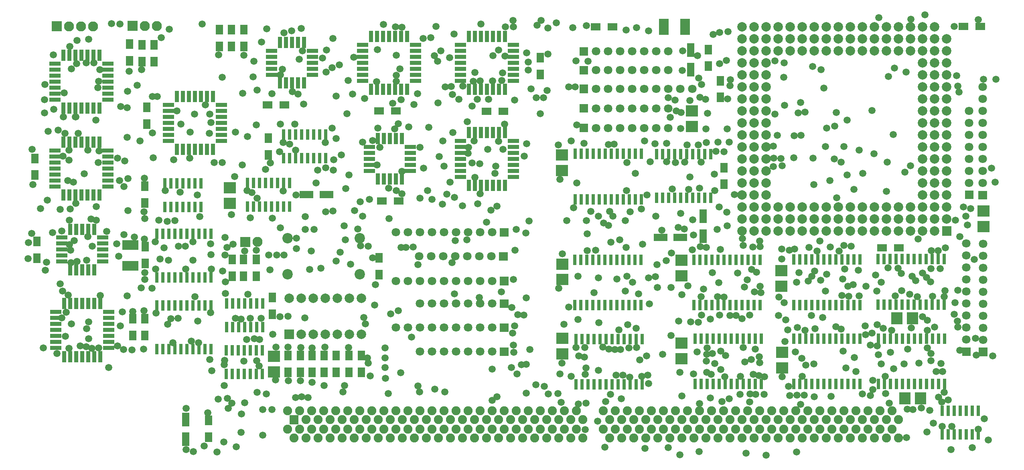
<source format=gbr>
%FSLAX34Y34*%
%MOMM*%
%LNSOLDERMASK_TOP*%
G71*
G01*
%ADD10R, 0.840X2.400*%
%ADD11R, 2.400X0.840*%
%ADD12C, 2.120*%
%ADD13C, 1.800*%
%ADD14C, 2.200*%
%ADD15C, 2.000*%
%ADD16R, 0.800X2.300*%
%ADD17R, 1.500X3.000*%
%ADD18R, 2.600X2.400*%
%ADD19R, 2.400X2.600*%
%ADD20R, 1.500X2.100*%
%ADD21R, 2.100X1.500*%
%ADD22R, 3.400X2.100*%
%ADD23R, 2.100X3.400*%
%ADD24C, 1.900*%
%ADD25C, 1.500*%
%ADD26R, 3.000X1.500*%
%LPD*%
X-993775Y125D02*
G54D10*
D03*
X-1006475Y125D02*
G54D10*
D03*
X-1019175Y125D02*
G54D10*
D03*
X-1031875Y125D02*
G54D10*
D03*
X-1049775Y-17775D02*
G54D11*
D03*
X-1049775Y-30475D02*
G54D11*
D03*
X-1049775Y-43175D02*
G54D11*
D03*
X-1049775Y-55875D02*
G54D11*
D03*
X-1049775Y-68575D02*
G54D11*
D03*
X-1049775Y-81275D02*
G54D11*
D03*
X-1049775Y-93975D02*
G54D11*
D03*
X-1031875Y-111875D02*
G54D10*
D03*
X-1019175Y-111875D02*
G54D10*
D03*
X-1006475Y-111875D02*
G54D10*
D03*
X-993775Y-111875D02*
G54D10*
D03*
X-981075Y-111875D02*
G54D10*
D03*
X-968375Y-111875D02*
G54D10*
D03*
X-955675Y-111875D02*
G54D10*
D03*
X-937775Y-93975D02*
G54D11*
D03*
X-937775Y-81275D02*
G54D11*
D03*
X-937775Y-68575D02*
G54D11*
D03*
X-937775Y-55875D02*
G54D11*
D03*
X-937775Y-43175D02*
G54D11*
D03*
X-937775Y-30475D02*
G54D11*
D03*
X-937775Y-17775D02*
G54D11*
D03*
X-955675Y125D02*
G54D10*
D03*
X-968375Y125D02*
G54D10*
D03*
X-981075Y125D02*
G54D10*
D03*
X-993775Y-184025D02*
G54D10*
D03*
X-1006475Y-184025D02*
G54D10*
D03*
X-1019175Y-184025D02*
G54D10*
D03*
X-1031875Y-184025D02*
G54D10*
D03*
X-1049775Y-201925D02*
G54D11*
D03*
X-1049775Y-214625D02*
G54D11*
D03*
X-1049775Y-227325D02*
G54D11*
D03*
X-1049775Y-240025D02*
G54D11*
D03*
X-1049775Y-252725D02*
G54D11*
D03*
X-1049775Y-265425D02*
G54D11*
D03*
X-1049775Y-278125D02*
G54D11*
D03*
X-1031875Y-296025D02*
G54D10*
D03*
X-1019175Y-296025D02*
G54D10*
D03*
X-1006475Y-296025D02*
G54D10*
D03*
X-993775Y-296025D02*
G54D10*
D03*
X-981075Y-296025D02*
G54D10*
D03*
X-968375Y-296025D02*
G54D10*
D03*
X-955675Y-296025D02*
G54D10*
D03*
X-937775Y-278125D02*
G54D11*
D03*
X-937775Y-265425D02*
G54D11*
D03*
X-937775Y-252725D02*
G54D11*
D03*
X-937775Y-240025D02*
G54D11*
D03*
X-937775Y-227325D02*
G54D11*
D03*
X-937775Y-214625D02*
G54D11*
D03*
X-937775Y-201925D02*
G54D11*
D03*
X-955675Y-184025D02*
G54D10*
D03*
X-968375Y-184025D02*
G54D10*
D03*
X-981075Y-184025D02*
G54D10*
D03*
X-992188Y-525338D02*
G54D10*
D03*
X-1004888Y-525338D02*
G54D10*
D03*
X-1017588Y-525338D02*
G54D10*
D03*
X-1030288Y-525338D02*
G54D10*
D03*
X-1048188Y-543238D02*
G54D11*
D03*
X-1048188Y-555938D02*
G54D11*
D03*
X-1048188Y-568638D02*
G54D11*
D03*
X-1048188Y-581338D02*
G54D11*
D03*
X-1048188Y-594038D02*
G54D11*
D03*
X-1048188Y-606738D02*
G54D11*
D03*
X-1048188Y-619438D02*
G54D11*
D03*
X-1030288Y-637338D02*
G54D10*
D03*
X-1017588Y-637338D02*
G54D10*
D03*
X-1004888Y-637338D02*
G54D10*
D03*
X-992188Y-637338D02*
G54D10*
D03*
X-979488Y-637338D02*
G54D10*
D03*
X-966788Y-637338D02*
G54D10*
D03*
X-954088Y-637338D02*
G54D10*
D03*
X-936188Y-619438D02*
G54D11*
D03*
X-936188Y-606738D02*
G54D11*
D03*
X-936188Y-594038D02*
G54D11*
D03*
X-936188Y-581338D02*
G54D11*
D03*
X-936188Y-568638D02*
G54D11*
D03*
X-936188Y-555938D02*
G54D11*
D03*
X-936188Y-543238D02*
G54D11*
D03*
X-954088Y-525338D02*
G54D10*
D03*
X-966788Y-525338D02*
G54D10*
D03*
X-979488Y-525338D02*
G54D10*
D03*
X-754062Y-87188D02*
G54D10*
D03*
X-766762Y-87188D02*
G54D10*
D03*
X-779462Y-87188D02*
G54D10*
D03*
X-792162Y-87188D02*
G54D10*
D03*
X-810062Y-105088D02*
G54D11*
D03*
X-810062Y-117788D02*
G54D11*
D03*
X-810062Y-130488D02*
G54D11*
D03*
X-810062Y-143188D02*
G54D11*
D03*
X-810062Y-155888D02*
G54D11*
D03*
X-810062Y-168588D02*
G54D11*
D03*
X-810062Y-181288D02*
G54D11*
D03*
X-792162Y-199188D02*
G54D10*
D03*
X-779462Y-199188D02*
G54D10*
D03*
X-766762Y-199188D02*
G54D10*
D03*
X-754062Y-199188D02*
G54D10*
D03*
X-741362Y-199188D02*
G54D10*
D03*
X-728662Y-199188D02*
G54D10*
D03*
X-715962Y-199188D02*
G54D10*
D03*
X-698062Y-181288D02*
G54D11*
D03*
X-698062Y-168588D02*
G54D11*
D03*
X-698062Y-155888D02*
G54D11*
D03*
X-698062Y-143188D02*
G54D11*
D03*
X-698062Y-130488D02*
G54D11*
D03*
X-698062Y-117788D02*
G54D11*
D03*
X-698062Y-105088D02*
G54D11*
D03*
X-715962Y-87188D02*
G54D10*
D03*
X-728662Y-87188D02*
G54D10*
D03*
X-741362Y-87188D02*
G54D10*
D03*
X-344488Y39812D02*
G54D10*
D03*
X-357188Y39812D02*
G54D10*
D03*
X-369888Y39812D02*
G54D10*
D03*
X-382588Y39812D02*
G54D10*
D03*
X-400488Y21912D02*
G54D11*
D03*
X-400488Y9212D02*
G54D11*
D03*
X-400488Y-3488D02*
G54D11*
D03*
X-400488Y-16188D02*
G54D11*
D03*
X-400488Y-28888D02*
G54D11*
D03*
X-400488Y-41588D02*
G54D11*
D03*
X-400488Y-54288D02*
G54D11*
D03*
X-382588Y-72188D02*
G54D10*
D03*
X-369888Y-72188D02*
G54D10*
D03*
X-357188Y-72188D02*
G54D10*
D03*
X-344488Y-72188D02*
G54D10*
D03*
X-331788Y-72188D02*
G54D10*
D03*
X-319088Y-72188D02*
G54D10*
D03*
X-306388Y-72188D02*
G54D10*
D03*
X-288488Y-54288D02*
G54D11*
D03*
X-288488Y-41588D02*
G54D11*
D03*
X-288488Y-28888D02*
G54D11*
D03*
X-288488Y-16188D02*
G54D11*
D03*
X-288488Y-3488D02*
G54D11*
D03*
X-288488Y9212D02*
G54D11*
D03*
X-288488Y21912D02*
G54D11*
D03*
X-306388Y39812D02*
G54D10*
D03*
X-319088Y39812D02*
G54D10*
D03*
X-331788Y39812D02*
G54D10*
D03*
X-138112Y39812D02*
G54D10*
D03*
X-150812Y39812D02*
G54D10*
D03*
X-163512Y39812D02*
G54D10*
D03*
X-176212Y39812D02*
G54D10*
D03*
X-194112Y21912D02*
G54D11*
D03*
X-194112Y9212D02*
G54D11*
D03*
X-194112Y-3488D02*
G54D11*
D03*
X-194112Y-16188D02*
G54D11*
D03*
X-194112Y-28888D02*
G54D11*
D03*
X-194112Y-41588D02*
G54D11*
D03*
X-194112Y-54288D02*
G54D11*
D03*
X-176212Y-72188D02*
G54D10*
D03*
X-163512Y-72188D02*
G54D10*
D03*
X-150812Y-72188D02*
G54D10*
D03*
X-138112Y-72188D02*
G54D10*
D03*
X-125412Y-72188D02*
G54D10*
D03*
X-112712Y-72188D02*
G54D10*
D03*
X-100012Y-72188D02*
G54D10*
D03*
X-82112Y-54288D02*
G54D11*
D03*
X-82112Y-41588D02*
G54D11*
D03*
X-82112Y-28888D02*
G54D11*
D03*
X-82112Y-16188D02*
G54D11*
D03*
X-82112Y-3488D02*
G54D11*
D03*
X-82112Y9212D02*
G54D11*
D03*
X-82112Y21912D02*
G54D11*
D03*
X-100012Y39812D02*
G54D10*
D03*
X-112712Y39812D02*
G54D10*
D03*
X-125412Y39812D02*
G54D10*
D03*
X-138112Y-163388D02*
G54D10*
D03*
X-150812Y-163388D02*
G54D10*
D03*
X-163512Y-163388D02*
G54D10*
D03*
X-176212Y-163388D02*
G54D10*
D03*
X-194112Y-181288D02*
G54D11*
D03*
X-194112Y-193988D02*
G54D11*
D03*
X-194112Y-206688D02*
G54D11*
D03*
X-194112Y-219388D02*
G54D11*
D03*
X-194112Y-232088D02*
G54D11*
D03*
X-194112Y-244788D02*
G54D11*
D03*
X-194112Y-257488D02*
G54D11*
D03*
X-176212Y-275388D02*
G54D10*
D03*
X-163512Y-275388D02*
G54D10*
D03*
X-150812Y-275388D02*
G54D10*
D03*
X-138112Y-275388D02*
G54D10*
D03*
X-125412Y-275388D02*
G54D10*
D03*
X-112712Y-275388D02*
G54D10*
D03*
X-100012Y-275388D02*
G54D10*
D03*
X-82112Y-257488D02*
G54D11*
D03*
X-82112Y-244788D02*
G54D11*
D03*
X-82112Y-232088D02*
G54D11*
D03*
X-82112Y-219388D02*
G54D11*
D03*
X-82112Y-206688D02*
G54D11*
D03*
X-82112Y-193988D02*
G54D11*
D03*
X-82112Y-181288D02*
G54D11*
D03*
X-100012Y-163388D02*
G54D10*
D03*
X-112712Y-163388D02*
G54D10*
D03*
X-125412Y-163388D02*
G54D10*
D03*
X-992188Y-368175D02*
G54D10*
D03*
X-1004888Y-368175D02*
G54D10*
D03*
X-1017588Y-368175D02*
G54D10*
D03*
X-1035188Y-385775D02*
G54D11*
D03*
X-1035188Y-398475D02*
G54D11*
D03*
X-1035188Y-411175D02*
G54D11*
D03*
X-1035188Y-423875D02*
G54D11*
D03*
X-1035188Y-436575D02*
G54D11*
D03*
X-1017588Y-454175D02*
G54D10*
D03*
X-1004888Y-454175D02*
G54D10*
D03*
X-992188Y-454175D02*
G54D10*
D03*
X-979488Y-454175D02*
G54D10*
D03*
X-966788Y-454175D02*
G54D10*
D03*
X-949188Y-436575D02*
G54D11*
D03*
X-949188Y-423875D02*
G54D11*
D03*
X-949188Y-411175D02*
G54D11*
D03*
X-949188Y-398475D02*
G54D11*
D03*
X-949188Y-385775D02*
G54D11*
D03*
X-966788Y-368175D02*
G54D10*
D03*
X-979488Y-368175D02*
G54D10*
D03*
X-549275Y27112D02*
G54D10*
D03*
X-561975Y27112D02*
G54D10*
D03*
X-574675Y27112D02*
G54D10*
D03*
X-592275Y9512D02*
G54D11*
D03*
X-592275Y-3188D02*
G54D11*
D03*
X-592275Y-15888D02*
G54D11*
D03*
X-592275Y-28588D02*
G54D11*
D03*
X-592275Y-41288D02*
G54D11*
D03*
X-574675Y-58888D02*
G54D10*
D03*
X-561975Y-58888D02*
G54D10*
D03*
X-549275Y-58888D02*
G54D10*
D03*
X-536575Y-58888D02*
G54D10*
D03*
X-523875Y-58888D02*
G54D10*
D03*
X-506275Y-41288D02*
G54D11*
D03*
X-506275Y-28588D02*
G54D11*
D03*
X-506275Y-15888D02*
G54D11*
D03*
X-506275Y-3188D02*
G54D11*
D03*
X-506275Y9512D02*
G54D11*
D03*
X-523875Y27112D02*
G54D10*
D03*
X-536575Y27112D02*
G54D10*
D03*
X-342900Y-176088D02*
G54D10*
D03*
X-355600Y-176088D02*
G54D10*
D03*
X-368300Y-176088D02*
G54D10*
D03*
X-385900Y-193688D02*
G54D11*
D03*
X-385900Y-206388D02*
G54D11*
D03*
X-385900Y-219088D02*
G54D11*
D03*
X-385900Y-231788D02*
G54D11*
D03*
X-385900Y-244488D02*
G54D11*
D03*
X-368300Y-262088D02*
G54D10*
D03*
X-355600Y-262088D02*
G54D10*
D03*
X-342900Y-262088D02*
G54D10*
D03*
X-330200Y-262088D02*
G54D10*
D03*
X-317500Y-262088D02*
G54D10*
D03*
X-299900Y-244488D02*
G54D11*
D03*
X-299900Y-231788D02*
G54D11*
D03*
X-299900Y-219088D02*
G54D11*
D03*
X-299900Y-206388D02*
G54D11*
D03*
X-299900Y-193688D02*
G54D11*
D03*
X-317500Y-176088D02*
G54D10*
D03*
X-330200Y-176088D02*
G54D10*
D03*
G36*
X-1056612Y71725D02*
X-1035412Y71725D01*
X-1035412Y50525D01*
X-1056612Y50525D01*
X-1056612Y71725D01*
G37*
X-1020612Y61125D02*
G54D12*
D03*
X-995212Y61125D02*
G54D12*
D03*
X-969812Y61125D02*
G54D12*
D03*
G36*
X-896425Y72638D02*
X-875225Y72638D01*
X-875225Y51438D01*
X-896425Y51438D01*
X-896425Y72638D01*
G37*
X-860425Y62038D02*
G54D12*
D03*
X-835025Y62038D02*
G54D12*
D03*
G36*
X57675Y17062D02*
X75675Y17062D01*
X75675Y-938D01*
X57675Y-938D01*
X57675Y17062D01*
G37*
X92075Y8062D02*
G54D13*
D03*
X117475Y8062D02*
G54D13*
D03*
X142875Y8062D02*
G54D13*
D03*
X168275Y8062D02*
G54D13*
D03*
X193675Y8062D02*
G54D13*
D03*
X219075Y8062D02*
G54D13*
D03*
X244475Y8062D02*
G54D13*
D03*
G36*
X57675Y-22625D02*
X75675Y-22625D01*
X75675Y-40625D01*
X57675Y-40625D01*
X57675Y-22625D01*
G37*
X92075Y-31625D02*
G54D13*
D03*
X117475Y-31625D02*
G54D13*
D03*
X142875Y-31625D02*
G54D13*
D03*
X168275Y-31625D02*
G54D13*
D03*
X193675Y-31625D02*
G54D13*
D03*
X219075Y-31625D02*
G54D13*
D03*
X244475Y-31625D02*
G54D13*
D03*
G36*
X57675Y-62312D02*
X75675Y-62312D01*
X75675Y-80312D01*
X57675Y-80312D01*
X57675Y-62312D01*
G37*
X92075Y-71312D02*
G54D13*
D03*
X117475Y-71312D02*
G54D13*
D03*
X142875Y-71312D02*
G54D13*
D03*
X168275Y-71312D02*
G54D13*
D03*
X193675Y-71312D02*
G54D13*
D03*
X219075Y-71312D02*
G54D13*
D03*
X244475Y-71312D02*
G54D13*
D03*
X269875Y-71312D02*
G54D13*
D03*
X295275Y-71312D02*
G54D13*
D03*
G36*
X57675Y-103588D02*
X75675Y-103588D01*
X75675Y-121588D01*
X57675Y-121588D01*
X57675Y-103588D01*
G37*
X92075Y-112588D02*
G54D13*
D03*
X117475Y-112588D02*
G54D13*
D03*
X142875Y-112588D02*
G54D13*
D03*
X168275Y-112588D02*
G54D13*
D03*
X193675Y-112588D02*
G54D13*
D03*
X219075Y-112588D02*
G54D13*
D03*
X244475Y-112588D02*
G54D13*
D03*
G36*
X57675Y-144862D02*
X75675Y-144862D01*
X75675Y-162862D01*
X57675Y-162862D01*
X57675Y-144862D01*
G37*
X92075Y-153862D02*
G54D13*
D03*
X117475Y-153862D02*
G54D13*
D03*
X142875Y-153862D02*
G54D13*
D03*
X168275Y-153862D02*
G54D13*
D03*
X193675Y-153862D02*
G54D13*
D03*
X219075Y-153862D02*
G54D13*
D03*
X244475Y-153862D02*
G54D13*
D03*
G36*
X-92600Y-383525D02*
X-110600Y-383525D01*
X-110600Y-365525D01*
X-92600Y-365525D01*
X-92600Y-383525D01*
G37*
X-127000Y-374525D02*
G54D13*
D03*
X-152400Y-374525D02*
G54D13*
D03*
X-177800Y-374525D02*
G54D13*
D03*
X-203200Y-374525D02*
G54D13*
D03*
X-228600Y-374525D02*
G54D13*
D03*
X-254000Y-374525D02*
G54D13*
D03*
X-279400Y-374525D02*
G54D13*
D03*
X-304800Y-374525D02*
G54D13*
D03*
X-330200Y-374525D02*
G54D13*
D03*
G36*
X-92600Y-486712D02*
X-110600Y-486712D01*
X-110600Y-468712D01*
X-92600Y-468712D01*
X-92600Y-486712D01*
G37*
X-127000Y-477712D02*
G54D13*
D03*
X-152400Y-477712D02*
G54D13*
D03*
X-177800Y-477712D02*
G54D13*
D03*
X-203200Y-477712D02*
G54D13*
D03*
X-228600Y-477712D02*
G54D13*
D03*
X-254000Y-477712D02*
G54D13*
D03*
X-279400Y-477712D02*
G54D13*
D03*
X-304800Y-477712D02*
G54D13*
D03*
X-330200Y-477712D02*
G54D13*
D03*
G36*
X-92600Y-585138D02*
X-110600Y-585138D01*
X-110600Y-567138D01*
X-92600Y-567138D01*
X-92600Y-585138D01*
G37*
X-127000Y-576138D02*
G54D13*
D03*
X-152400Y-576138D02*
G54D13*
D03*
X-177800Y-576138D02*
G54D13*
D03*
X-203200Y-576138D02*
G54D13*
D03*
X-228600Y-576138D02*
G54D13*
D03*
X-254000Y-576138D02*
G54D13*
D03*
X-279400Y-576138D02*
G54D13*
D03*
X-304800Y-576138D02*
G54D13*
D03*
X-330200Y-576138D02*
G54D13*
D03*
G36*
X-94188Y-434325D02*
X-112188Y-434325D01*
X-112188Y-416325D01*
X-94188Y-416325D01*
X-94188Y-434325D01*
G37*
X-128588Y-425325D02*
G54D13*
D03*
X-153988Y-425325D02*
G54D13*
D03*
X-179388Y-425325D02*
G54D13*
D03*
X-204788Y-425325D02*
G54D13*
D03*
X-230188Y-425325D02*
G54D13*
D03*
X-255588Y-425325D02*
G54D13*
D03*
X-280988Y-425325D02*
G54D13*
D03*
G36*
X-92600Y-534338D02*
X-110600Y-534338D01*
X-110600Y-516338D01*
X-92600Y-516338D01*
X-92600Y-534338D01*
G37*
X-127000Y-525338D02*
G54D13*
D03*
X-152400Y-525338D02*
G54D13*
D03*
X-177800Y-525338D02*
G54D13*
D03*
X-203200Y-525338D02*
G54D13*
D03*
X-228600Y-525338D02*
G54D13*
D03*
X-254000Y-525338D02*
G54D13*
D03*
X-279400Y-525338D02*
G54D13*
D03*
G36*
X-92600Y-635938D02*
X-110600Y-635938D01*
X-110600Y-617938D01*
X-92600Y-617938D01*
X-92600Y-635938D01*
G37*
X-127000Y-626938D02*
G54D13*
D03*
X-152400Y-626938D02*
G54D13*
D03*
X-177800Y-626938D02*
G54D13*
D03*
X-203200Y-626938D02*
G54D13*
D03*
X-228600Y-626938D02*
G54D13*
D03*
X-254000Y-626938D02*
G54D13*
D03*
X-279400Y-626938D02*
G54D13*
D03*
X-406400Y-463425D02*
G54D14*
D03*
X-558800Y-463425D02*
G54D14*
D03*
X-558800Y-387225D02*
G54D14*
D03*
X-406400Y-387225D02*
G54D14*
D03*
G36*
X-565625Y-580425D02*
X-545625Y-580425D01*
X-545625Y-600425D01*
X-565625Y-600425D01*
X-565625Y-580425D01*
G37*
X-530225Y-590425D02*
G54D15*
D03*
X-504825Y-590425D02*
G54D15*
D03*
X-479425Y-590425D02*
G54D15*
D03*
X-454025Y-590425D02*
G54D15*
D03*
X-428625Y-590425D02*
G54D15*
D03*
X-403225Y-590425D02*
G54D15*
D03*
X-403225Y-514225D02*
G54D15*
D03*
X-428625Y-514225D02*
G54D15*
D03*
X-454025Y-514225D02*
G54D15*
D03*
X-479425Y-514225D02*
G54D15*
D03*
X-504825Y-514225D02*
G54D15*
D03*
X-530225Y-514225D02*
G54D15*
D03*
X-555625Y-514225D02*
G54D15*
D03*
X-817562Y-321338D02*
G54D16*
D03*
X-804862Y-321338D02*
G54D16*
D03*
X-792162Y-321338D02*
G54D16*
D03*
X-779462Y-321338D02*
G54D16*
D03*
X-766762Y-321338D02*
G54D16*
D03*
X-754062Y-321338D02*
G54D16*
D03*
X-741362Y-321338D02*
G54D16*
D03*
X-741362Y-271338D02*
G54D16*
D03*
X-754062Y-271338D02*
G54D16*
D03*
X-766762Y-271338D02*
G54D16*
D03*
X-779462Y-271338D02*
G54D16*
D03*
X-792162Y-271338D02*
G54D16*
D03*
X-804862Y-271338D02*
G54D16*
D03*
X-817562Y-271338D02*
G54D16*
D03*
X-835025Y-469700D02*
G54D16*
D03*
X-822325Y-469700D02*
G54D16*
D03*
X-809625Y-469700D02*
G54D16*
D03*
X-796925Y-469700D02*
G54D16*
D03*
X-784225Y-469700D02*
G54D16*
D03*
X-771525Y-469700D02*
G54D16*
D03*
X-758825Y-469700D02*
G54D16*
D03*
X-746125Y-469700D02*
G54D16*
D03*
X-733425Y-469700D02*
G54D16*
D03*
X-720725Y-469700D02*
G54D16*
D03*
X-720725Y-377700D02*
G54D16*
D03*
X-733425Y-377700D02*
G54D16*
D03*
X-746125Y-377700D02*
G54D16*
D03*
X-758825Y-377700D02*
G54D16*
D03*
X-771525Y-377700D02*
G54D16*
D03*
X-784225Y-377700D02*
G54D16*
D03*
X-796925Y-377700D02*
G54D16*
D03*
X-809625Y-377700D02*
G54D16*
D03*
X-822325Y-377700D02*
G54D16*
D03*
X-835025Y-377700D02*
G54D16*
D03*
X-643334Y-320272D02*
G54D16*
D03*
X-630634Y-320272D02*
G54D16*
D03*
X-617934Y-320272D02*
G54D16*
D03*
X-605234Y-320272D02*
G54D16*
D03*
X-592534Y-320272D02*
G54D16*
D03*
X-579834Y-320272D02*
G54D16*
D03*
X-567134Y-320272D02*
G54D16*
D03*
X-554434Y-320272D02*
G54D16*
D03*
X-554434Y-270272D02*
G54D16*
D03*
X-567134Y-270272D02*
G54D16*
D03*
X-579834Y-270272D02*
G54D16*
D03*
X-592534Y-270272D02*
G54D16*
D03*
X-605234Y-270272D02*
G54D16*
D03*
X-617934Y-270272D02*
G54D16*
D03*
X-630634Y-270272D02*
G54D16*
D03*
X-643334Y-270272D02*
G54D16*
D03*
X-835025Y-621703D02*
G54D16*
D03*
X-822325Y-621703D02*
G54D16*
D03*
X-809625Y-621703D02*
G54D16*
D03*
X-796925Y-621703D02*
G54D16*
D03*
X-784225Y-621703D02*
G54D16*
D03*
X-771525Y-621703D02*
G54D16*
D03*
X-758825Y-621703D02*
G54D16*
D03*
X-746125Y-621703D02*
G54D16*
D03*
X-733425Y-621703D02*
G54D16*
D03*
X-720725Y-621703D02*
G54D16*
D03*
X-720725Y-529703D02*
G54D16*
D03*
X-733425Y-529703D02*
G54D16*
D03*
X-746125Y-529703D02*
G54D16*
D03*
X-758825Y-529703D02*
G54D16*
D03*
X-771525Y-529703D02*
G54D16*
D03*
X-784225Y-529703D02*
G54D16*
D03*
X-796925Y-529703D02*
G54D16*
D03*
X-809625Y-529703D02*
G54D16*
D03*
X-822325Y-529703D02*
G54D16*
D03*
X-835025Y-529703D02*
G54D16*
D03*
X48419Y-304757D02*
G54D16*
D03*
X61119Y-304757D02*
G54D16*
D03*
X73819Y-304757D02*
G54D16*
D03*
X86519Y-304757D02*
G54D16*
D03*
X99219Y-304757D02*
G54D16*
D03*
X111919Y-304757D02*
G54D16*
D03*
X124619Y-304757D02*
G54D16*
D03*
X137319Y-304757D02*
G54D16*
D03*
X150019Y-304757D02*
G54D16*
D03*
X162719Y-304757D02*
G54D16*
D03*
X175419Y-304757D02*
G54D16*
D03*
X188119Y-304757D02*
G54D16*
D03*
X188119Y-208757D02*
G54D16*
D03*
X175419Y-208757D02*
G54D16*
D03*
X162719Y-208757D02*
G54D16*
D03*
X150019Y-208757D02*
G54D16*
D03*
X137319Y-208757D02*
G54D16*
D03*
X124619Y-208757D02*
G54D16*
D03*
X111919Y-208757D02*
G54D16*
D03*
X99219Y-208757D02*
G54D16*
D03*
X86519Y-208757D02*
G54D16*
D03*
X73819Y-208757D02*
G54D16*
D03*
X61119Y-208757D02*
G54D16*
D03*
X48419Y-208757D02*
G54D16*
D03*
X47625Y-528594D02*
G54D16*
D03*
X60325Y-528594D02*
G54D16*
D03*
X73025Y-528594D02*
G54D16*
D03*
X85725Y-528594D02*
G54D16*
D03*
X98425Y-528594D02*
G54D16*
D03*
X111125Y-528594D02*
G54D16*
D03*
X123825Y-528594D02*
G54D16*
D03*
X136525Y-528594D02*
G54D16*
D03*
X149225Y-528594D02*
G54D16*
D03*
X161925Y-528594D02*
G54D16*
D03*
X174625Y-528594D02*
G54D16*
D03*
X187325Y-528594D02*
G54D16*
D03*
X187325Y-432594D02*
G54D16*
D03*
X174625Y-432594D02*
G54D16*
D03*
X161925Y-432594D02*
G54D16*
D03*
X149225Y-432594D02*
G54D16*
D03*
X136525Y-432594D02*
G54D16*
D03*
X123825Y-432594D02*
G54D16*
D03*
X111125Y-432594D02*
G54D16*
D03*
X98425Y-432594D02*
G54D16*
D03*
X85725Y-432594D02*
G54D16*
D03*
X73025Y-432594D02*
G54D16*
D03*
X60325Y-432594D02*
G54D16*
D03*
X47625Y-432594D02*
G54D16*
D03*
X49609Y-696076D02*
G54D16*
D03*
X62309Y-696076D02*
G54D16*
D03*
X75009Y-696076D02*
G54D16*
D03*
X87709Y-696076D02*
G54D16*
D03*
X100409Y-696076D02*
G54D16*
D03*
X113109Y-696076D02*
G54D16*
D03*
X125809Y-696076D02*
G54D16*
D03*
X138509Y-696076D02*
G54D16*
D03*
X151209Y-696076D02*
G54D16*
D03*
X163909Y-696076D02*
G54D16*
D03*
X176609Y-696076D02*
G54D16*
D03*
X189309Y-696076D02*
G54D16*
D03*
X189309Y-600076D02*
G54D16*
D03*
X176609Y-600076D02*
G54D16*
D03*
X163909Y-600076D02*
G54D16*
D03*
X151209Y-600076D02*
G54D16*
D03*
X138509Y-600076D02*
G54D16*
D03*
X125809Y-600076D02*
G54D16*
D03*
X113109Y-600076D02*
G54D16*
D03*
X100409Y-600076D02*
G54D16*
D03*
X87709Y-600076D02*
G54D16*
D03*
X75009Y-600076D02*
G54D16*
D03*
X62309Y-600076D02*
G54D16*
D03*
X49609Y-600076D02*
G54D16*
D03*
X299244Y-528594D02*
G54D16*
D03*
X311944Y-528594D02*
G54D16*
D03*
X324644Y-528594D02*
G54D16*
D03*
X337344Y-528594D02*
G54D16*
D03*
X350044Y-528594D02*
G54D16*
D03*
X362744Y-528594D02*
G54D16*
D03*
X375444Y-528594D02*
G54D16*
D03*
X388144Y-528594D02*
G54D16*
D03*
X400844Y-528594D02*
G54D16*
D03*
X413544Y-528594D02*
G54D16*
D03*
X426244Y-528594D02*
G54D16*
D03*
X438944Y-528594D02*
G54D16*
D03*
X438944Y-432594D02*
G54D16*
D03*
X426244Y-432594D02*
G54D16*
D03*
X413544Y-432594D02*
G54D16*
D03*
X400844Y-432594D02*
G54D16*
D03*
X388144Y-432594D02*
G54D16*
D03*
X375444Y-432594D02*
G54D16*
D03*
X362744Y-432594D02*
G54D16*
D03*
X350044Y-432594D02*
G54D16*
D03*
X337344Y-432594D02*
G54D16*
D03*
X324644Y-432594D02*
G54D16*
D03*
X311944Y-432594D02*
G54D16*
D03*
X299244Y-432594D02*
G54D16*
D03*
X301228Y-695679D02*
G54D16*
D03*
X313928Y-695679D02*
G54D16*
D03*
X326628Y-695679D02*
G54D16*
D03*
X339328Y-695679D02*
G54D16*
D03*
X352028Y-695679D02*
G54D16*
D03*
X364728Y-695679D02*
G54D16*
D03*
X377428Y-695679D02*
G54D16*
D03*
X390128Y-695679D02*
G54D16*
D03*
X402828Y-695679D02*
G54D16*
D03*
X415528Y-695679D02*
G54D16*
D03*
X428228Y-695679D02*
G54D16*
D03*
X440928Y-695679D02*
G54D16*
D03*
X440928Y-599679D02*
G54D16*
D03*
X428228Y-599679D02*
G54D16*
D03*
X415528Y-599679D02*
G54D16*
D03*
X402828Y-599679D02*
G54D16*
D03*
X390128Y-599679D02*
G54D16*
D03*
X377428Y-599679D02*
G54D16*
D03*
X364728Y-599679D02*
G54D16*
D03*
X352028Y-599679D02*
G54D16*
D03*
X339328Y-599679D02*
G54D16*
D03*
X326628Y-599679D02*
G54D16*
D03*
X313928Y-599679D02*
G54D16*
D03*
X301228Y-599679D02*
G54D16*
D03*
X509588Y-528197D02*
G54D16*
D03*
X522288Y-528197D02*
G54D16*
D03*
X534988Y-528197D02*
G54D16*
D03*
X547688Y-528197D02*
G54D16*
D03*
X560388Y-528197D02*
G54D16*
D03*
X573088Y-528197D02*
G54D16*
D03*
X585788Y-528197D02*
G54D16*
D03*
X598488Y-528197D02*
G54D16*
D03*
X611188Y-528197D02*
G54D16*
D03*
X623888Y-528197D02*
G54D16*
D03*
X636588Y-528197D02*
G54D16*
D03*
X649288Y-528197D02*
G54D16*
D03*
X649288Y-432197D02*
G54D16*
D03*
X636588Y-432197D02*
G54D16*
D03*
X623888Y-432197D02*
G54D16*
D03*
X611188Y-432197D02*
G54D16*
D03*
X598488Y-432197D02*
G54D16*
D03*
X585788Y-432197D02*
G54D16*
D03*
X573088Y-432197D02*
G54D16*
D03*
X560388Y-432197D02*
G54D16*
D03*
X547688Y-432197D02*
G54D16*
D03*
X534988Y-432197D02*
G54D16*
D03*
X522288Y-432197D02*
G54D16*
D03*
X509588Y-432197D02*
G54D16*
D03*
X509588Y-695282D02*
G54D16*
D03*
X522288Y-695282D02*
G54D16*
D03*
X534988Y-695282D02*
G54D16*
D03*
X547688Y-695282D02*
G54D16*
D03*
X560388Y-695282D02*
G54D16*
D03*
X573088Y-695282D02*
G54D16*
D03*
X585788Y-695282D02*
G54D16*
D03*
X598488Y-695282D02*
G54D16*
D03*
X611188Y-695282D02*
G54D16*
D03*
X623888Y-695282D02*
G54D16*
D03*
X636588Y-695282D02*
G54D16*
D03*
X649288Y-695282D02*
G54D16*
D03*
X649288Y-599282D02*
G54D16*
D03*
X636588Y-599282D02*
G54D16*
D03*
X623888Y-599282D02*
G54D16*
D03*
X611188Y-599282D02*
G54D16*
D03*
X598488Y-599282D02*
G54D16*
D03*
X585788Y-599282D02*
G54D16*
D03*
X573088Y-599282D02*
G54D16*
D03*
X560388Y-599282D02*
G54D16*
D03*
X547688Y-599282D02*
G54D16*
D03*
X534988Y-599282D02*
G54D16*
D03*
X522288Y-599282D02*
G54D16*
D03*
X509588Y-599282D02*
G54D16*
D03*
X687388Y-527404D02*
G54D16*
D03*
X700088Y-527404D02*
G54D16*
D03*
X712788Y-527404D02*
G54D16*
D03*
X725488Y-527404D02*
G54D16*
D03*
X738188Y-527404D02*
G54D16*
D03*
X750888Y-527404D02*
G54D16*
D03*
X763588Y-527404D02*
G54D16*
D03*
X776288Y-527404D02*
G54D16*
D03*
X788988Y-527404D02*
G54D16*
D03*
X801688Y-527404D02*
G54D16*
D03*
X814388Y-527404D02*
G54D16*
D03*
X827088Y-527404D02*
G54D16*
D03*
X827088Y-431404D02*
G54D16*
D03*
X814388Y-431404D02*
G54D16*
D03*
X801688Y-431404D02*
G54D16*
D03*
X788988Y-431404D02*
G54D16*
D03*
X776288Y-431404D02*
G54D16*
D03*
X763588Y-431404D02*
G54D16*
D03*
X750888Y-431404D02*
G54D16*
D03*
X738188Y-431404D02*
G54D16*
D03*
X725488Y-431404D02*
G54D16*
D03*
X712788Y-431404D02*
G54D16*
D03*
X700088Y-431404D02*
G54D16*
D03*
X687388Y-431404D02*
G54D16*
D03*
X688578Y-695679D02*
G54D16*
D03*
X701278Y-695679D02*
G54D16*
D03*
X713978Y-695679D02*
G54D16*
D03*
X726678Y-695679D02*
G54D16*
D03*
X739378Y-695679D02*
G54D16*
D03*
X752078Y-695679D02*
G54D16*
D03*
X764778Y-695679D02*
G54D16*
D03*
X777478Y-695679D02*
G54D16*
D03*
X790178Y-695679D02*
G54D16*
D03*
X802878Y-695679D02*
G54D16*
D03*
X815578Y-695679D02*
G54D16*
D03*
X828278Y-695679D02*
G54D16*
D03*
X828278Y-599679D02*
G54D16*
D03*
X815578Y-599679D02*
G54D16*
D03*
X802878Y-599679D02*
G54D16*
D03*
X790178Y-599679D02*
G54D16*
D03*
X777478Y-599679D02*
G54D16*
D03*
X764778Y-599679D02*
G54D16*
D03*
X752078Y-599679D02*
G54D16*
D03*
X739378Y-599679D02*
G54D16*
D03*
X726678Y-599679D02*
G54D16*
D03*
X713978Y-599679D02*
G54D16*
D03*
X701278Y-599679D02*
G54D16*
D03*
X688578Y-599679D02*
G54D16*
D03*
X219869Y-301550D02*
G54D16*
D03*
X232569Y-301550D02*
G54D16*
D03*
X245269Y-301550D02*
G54D16*
D03*
X257969Y-301550D02*
G54D16*
D03*
X270669Y-301550D02*
G54D16*
D03*
X283369Y-301550D02*
G54D16*
D03*
X296069Y-301550D02*
G54D16*
D03*
X308769Y-301550D02*
G54D16*
D03*
X321469Y-301550D02*
G54D16*
D03*
X334169Y-301550D02*
G54D16*
D03*
X334169Y-209550D02*
G54D16*
D03*
X321469Y-209550D02*
G54D16*
D03*
X308769Y-209550D02*
G54D16*
D03*
X296069Y-209550D02*
G54D16*
D03*
X283369Y-209550D02*
G54D16*
D03*
X270669Y-209550D02*
G54D16*
D03*
X257969Y-209550D02*
G54D16*
D03*
X245269Y-209550D02*
G54D16*
D03*
X232569Y-209550D02*
G54D16*
D03*
X219869Y-209550D02*
G54D16*
D03*
X-687784Y-575066D02*
G54D16*
D03*
X-675084Y-575066D02*
G54D16*
D03*
X-662384Y-575066D02*
G54D16*
D03*
X-649684Y-575066D02*
G54D16*
D03*
X-636984Y-575066D02*
G54D16*
D03*
X-624284Y-575066D02*
G54D16*
D03*
X-611584Y-575066D02*
G54D16*
D03*
X-611584Y-525066D02*
G54D16*
D03*
X-624284Y-525066D02*
G54D16*
D03*
X-636984Y-525066D02*
G54D16*
D03*
X-649684Y-525066D02*
G54D16*
D03*
X-662384Y-525066D02*
G54D16*
D03*
X-675084Y-525066D02*
G54D16*
D03*
X-687784Y-525066D02*
G54D16*
D03*
X-688181Y-674285D02*
G54D16*
D03*
X-675481Y-674285D02*
G54D16*
D03*
X-662781Y-674285D02*
G54D16*
D03*
X-650081Y-674285D02*
G54D16*
D03*
X-637381Y-674285D02*
G54D16*
D03*
X-624681Y-674285D02*
G54D16*
D03*
X-611981Y-674285D02*
G54D16*
D03*
X-611981Y-624285D02*
G54D16*
D03*
X-624681Y-624285D02*
G54D16*
D03*
X-637381Y-624285D02*
G54D16*
D03*
X-650081Y-624285D02*
G54D16*
D03*
X-662781Y-624285D02*
G54D16*
D03*
X-675481Y-624285D02*
G54D16*
D03*
X-688181Y-624285D02*
G54D16*
D03*
X823119Y-801682D02*
G54D16*
D03*
X835819Y-801682D02*
G54D16*
D03*
X848519Y-801682D02*
G54D16*
D03*
X861219Y-801682D02*
G54D16*
D03*
X873919Y-801682D02*
G54D16*
D03*
X886619Y-801682D02*
G54D16*
D03*
X899319Y-801682D02*
G54D16*
D03*
X899319Y-751682D02*
G54D16*
D03*
X886619Y-751682D02*
G54D16*
D03*
X873919Y-751682D02*
G54D16*
D03*
X861219Y-751682D02*
G54D16*
D03*
X848519Y-751682D02*
G54D16*
D03*
X835819Y-751682D02*
G54D16*
D03*
X823119Y-751682D02*
G54D16*
D03*
G36*
X864919Y-636063D02*
X864919Y-618063D01*
X882919Y-618063D01*
X882919Y-636063D01*
X864919Y-636063D01*
G37*
X873919Y-601663D02*
G54D13*
D03*
X873919Y-576263D02*
G54D13*
D03*
X873919Y-550863D02*
G54D13*
D03*
X873919Y-525463D02*
G54D13*
D03*
X873919Y-500063D02*
G54D13*
D03*
X873919Y-474663D02*
G54D13*
D03*
X873919Y-449263D02*
G54D13*
D03*
X873919Y-423863D02*
G54D13*
D03*
X873919Y-398463D02*
G54D13*
D03*
G36*
X900241Y-636460D02*
X900241Y-618460D01*
X918241Y-618460D01*
X918241Y-636460D01*
X900241Y-636460D01*
G37*
X909241Y-602060D02*
G54D13*
D03*
X909241Y-576660D02*
G54D13*
D03*
X909241Y-551260D02*
G54D13*
D03*
X909241Y-525860D02*
G54D13*
D03*
X909241Y-500460D02*
G54D13*
D03*
X909241Y-475060D02*
G54D13*
D03*
X909241Y-449660D02*
G54D13*
D03*
X909241Y-424260D02*
G54D13*
D03*
X909241Y-398860D02*
G54D13*
D03*
G36*
X899447Y-305069D02*
X899447Y-287069D01*
X917447Y-287069D01*
X917447Y-305069D01*
X899447Y-305069D01*
G37*
X908447Y-270669D02*
G54D13*
D03*
X908447Y-245269D02*
G54D13*
D03*
X908447Y-219869D02*
G54D13*
D03*
X908447Y-194469D02*
G54D13*
D03*
X908447Y-169069D02*
G54D13*
D03*
X908447Y-143669D02*
G54D13*
D03*
X908447Y-118269D02*
G54D13*
D03*
X908447Y-92869D02*
G54D13*
D03*
X908447Y-67469D02*
G54D13*
D03*
G36*
X870872Y-304276D02*
X870872Y-286276D01*
X888872Y-286276D01*
X888872Y-304276D01*
X870872Y-304276D01*
G37*
X879872Y-269876D02*
G54D13*
D03*
X879872Y-244476D02*
G54D13*
D03*
X879872Y-219076D02*
G54D13*
D03*
X879872Y-193676D02*
G54D13*
D03*
X879872Y-168276D02*
G54D13*
D03*
X879872Y-142876D02*
G54D13*
D03*
X879872Y-117476D02*
G54D13*
D03*
G36*
X-658300Y-384291D02*
X-637100Y-384291D01*
X-637100Y-405491D01*
X-658300Y-405491D01*
X-658300Y-384291D01*
G37*
X-622300Y-394891D02*
G54D12*
D03*
X-567531Y-217482D02*
G54D16*
D03*
X-554831Y-217482D02*
G54D16*
D03*
X-542131Y-217482D02*
G54D16*
D03*
X-529431Y-217482D02*
G54D16*
D03*
X-516731Y-217482D02*
G54D16*
D03*
X-504031Y-217482D02*
G54D16*
D03*
X-491331Y-217482D02*
G54D16*
D03*
X-478631Y-217482D02*
G54D16*
D03*
X-478631Y-167482D02*
G54D16*
D03*
X-491331Y-167482D02*
G54D16*
D03*
X-504031Y-167482D02*
G54D16*
D03*
X-516731Y-167482D02*
G54D16*
D03*
X-529431Y-167482D02*
G54D16*
D03*
X-542131Y-167482D02*
G54D16*
D03*
X-554831Y-167482D02*
G54D16*
D03*
X-567531Y-167482D02*
G54D16*
D03*
X318691Y-382588D02*
G54D17*
D03*
X318691Y-340519D02*
G54D17*
D03*
X292100Y-30957D02*
G54D17*
D03*
X292100Y11112D02*
G54D17*
D03*
X21034Y-441722D02*
G54D18*
D03*
X21034Y-474663D02*
G54D18*
D03*
X272256Y-433388D02*
G54D18*
D03*
X272256Y-466329D02*
G54D18*
D03*
X272653Y-608807D02*
G54D18*
D03*
X272653Y-641747D02*
G54D18*
D03*
X21034Y-598885D02*
G54D18*
D03*
X21034Y-631826D02*
G54D18*
D03*
X20241Y-210741D02*
G54D18*
D03*
X20241Y-243682D02*
G54D18*
D03*
X483394Y-456010D02*
G54D18*
D03*
X483394Y-488950D02*
G54D18*
D03*
X484981Y-628254D02*
G54D18*
D03*
X484981Y-661194D02*
G54D18*
D03*
X760016Y-556022D02*
G54D19*
D03*
X727075Y-556022D02*
G54D19*
D03*
X910034Y-362347D02*
G54D18*
D03*
X910034Y-329407D02*
G54D18*
D03*
X-855662Y-110332D02*
G54D20*
D03*
X-855662Y-145654D02*
G54D20*
D03*
X-892175Y23415D02*
G54D20*
D03*
X-892175Y-11907D02*
G54D20*
D03*
X-1092597Y-218282D02*
G54D20*
D03*
X-1092597Y-253604D02*
G54D20*
D03*
X-1088231Y-393700D02*
G54D20*
D03*
X-1088231Y-429022D02*
G54D20*
D03*
X-885825Y-557213D02*
G54D20*
D03*
X-885825Y-592535D02*
G54D20*
D03*
X-860425Y-557610D02*
G54D20*
D03*
X-860425Y-592932D02*
G54D20*
D03*
X-590947Y-512366D02*
G54D20*
D03*
X-590947Y-547688D02*
G54D20*
D03*
X-860425Y-277019D02*
G54D20*
D03*
X-860425Y-312341D02*
G54D20*
D03*
X-651272Y53974D02*
G54D20*
D03*
X-651272Y18653D02*
G54D20*
D03*
X-599678Y-175816D02*
G54D20*
D03*
X-599678Y-211138D02*
G54D20*
D03*
X-565944Y-105172D02*
G54D21*
D03*
X-601266Y-105172D02*
G54D21*
D03*
X-330597Y-117872D02*
G54D21*
D03*
X-365919Y-117872D02*
G54D21*
D03*
X-324247Y-307976D02*
G54D21*
D03*
X-359569Y-307976D02*
G54D21*
D03*
X-103188Y-118666D02*
G54D21*
D03*
X-138509Y-118666D02*
G54D21*
D03*
X-25400Y-40879D02*
G54D20*
D03*
X-25400Y-5557D02*
G54D20*
D03*
X867966Y61118D02*
G54D21*
D03*
X903288Y61118D02*
G54D21*
D03*
X-365522Y-428626D02*
G54D20*
D03*
X-365522Y-463947D02*
G54D20*
D03*
X731441Y-407194D02*
G54D21*
D03*
X696119Y-407194D02*
G54D21*
D03*
X294481Y-151210D02*
G54D18*
D03*
X294481Y-118269D02*
G54D18*
D03*
X-587375Y-669926D02*
G54D18*
D03*
X-587375Y-636985D02*
G54D18*
D03*
X-681038Y-313532D02*
G54D18*
D03*
X-681038Y-280591D02*
G54D18*
D03*
X362744Y-273050D02*
G54D20*
D03*
X362744Y-237729D02*
G54D20*
D03*
X744538Y-725885D02*
G54D19*
D03*
X777478Y-725885D02*
G54D19*
D03*
X-624681Y-467122D02*
G54D20*
D03*
X-624681Y-431800D02*
G54D20*
D03*
X-652066Y-467519D02*
G54D20*
D03*
X-652066Y-432197D02*
G54D20*
D03*
X-675878Y-467122D02*
G54D20*
D03*
X-675878Y-431800D02*
G54D20*
D03*
X-558006Y-670719D02*
G54D20*
D03*
X-558006Y-635397D02*
G54D20*
D03*
X-531416Y-670719D02*
G54D20*
D03*
X-531416Y-635397D02*
G54D20*
D03*
X-506809Y-670719D02*
G54D20*
D03*
X-506809Y-635397D02*
G54D20*
D03*
X-481409Y-670719D02*
G54D20*
D03*
X-481409Y-635397D02*
G54D20*
D03*
X-456009Y-670719D02*
G54D20*
D03*
X-456009Y-635397D02*
G54D20*
D03*
X-429419Y-670719D02*
G54D20*
D03*
X-429419Y-635397D02*
G54D20*
D03*
X-403225Y-670719D02*
G54D20*
D03*
X-403225Y-635397D02*
G54D20*
D03*
X-866378Y-13494D02*
G54D20*
D03*
X-866378Y21828D02*
G54D20*
D03*
X-840978Y-13494D02*
G54D20*
D03*
X-840978Y21828D02*
G54D20*
D03*
X-677466Y53974D02*
G54D20*
D03*
X-677466Y18653D02*
G54D20*
D03*
X-702469Y53974D02*
G54D20*
D03*
X-702469Y18653D02*
G54D20*
D03*
X-725884Y-772716D02*
G54D20*
D03*
X-725884Y-808038D02*
G54D20*
D03*
X354806Y-53976D02*
G54D20*
D03*
X354806Y-89297D02*
G54D20*
D03*
X329406Y11906D02*
G54D20*
D03*
X329406Y-23416D02*
G54D20*
D03*
X126603Y60324D02*
G54D21*
D03*
X91281Y60324D02*
G54D21*
D03*
X-890588Y-401241D02*
G54D22*
D03*
X-890588Y-445691D02*
G54D22*
D03*
X-859631Y-404813D02*
G54D20*
D03*
X-859631Y-440135D02*
G54D20*
D03*
X280194Y60324D02*
G54D23*
D03*
X235744Y60324D02*
G54D23*
D03*
X400844Y59928D02*
G54D15*
D03*
X426244Y59928D02*
G54D15*
D03*
X451644Y59928D02*
G54D15*
D03*
X477044Y59928D02*
G54D15*
D03*
X502444Y59928D02*
G54D15*
D03*
X527844Y59928D02*
G54D15*
D03*
X553244Y59928D02*
G54D15*
D03*
X578644Y59928D02*
G54D15*
D03*
X604044Y59928D02*
G54D15*
D03*
X629444Y59928D02*
G54D15*
D03*
X654844Y59928D02*
G54D15*
D03*
X680244Y59928D02*
G54D15*
D03*
X705644Y59928D02*
G54D15*
D03*
X731044Y59928D02*
G54D15*
D03*
X756444Y59928D02*
G54D15*
D03*
X781845Y59928D02*
G54D15*
D03*
X807245Y59928D02*
G54D15*
D03*
X400844Y34528D02*
G54D15*
D03*
X426244Y34528D02*
G54D15*
D03*
X451644Y34528D02*
G54D15*
D03*
X477044Y34528D02*
G54D15*
D03*
X502444Y34528D02*
G54D15*
D03*
X527844Y34528D02*
G54D15*
D03*
X553244Y34528D02*
G54D15*
D03*
X578644Y34528D02*
G54D15*
D03*
X604044Y34528D02*
G54D15*
D03*
X629444Y34528D02*
G54D15*
D03*
X654844Y34528D02*
G54D15*
D03*
X680244Y34528D02*
G54D15*
D03*
X705644Y34528D02*
G54D15*
D03*
X731044Y34528D02*
G54D15*
D03*
X756444Y34528D02*
G54D15*
D03*
X781845Y34528D02*
G54D15*
D03*
X807245Y34528D02*
G54D15*
D03*
X832645Y34528D02*
G54D15*
D03*
X400844Y9128D02*
G54D15*
D03*
X426244Y9128D02*
G54D15*
D03*
X451644Y9128D02*
G54D15*
D03*
X477044Y9128D02*
G54D15*
D03*
X502444Y9128D02*
G54D15*
D03*
X527844Y9128D02*
G54D15*
D03*
X553244Y9128D02*
G54D15*
D03*
X578644Y9128D02*
G54D15*
D03*
X604044Y9128D02*
G54D15*
D03*
X629444Y9128D02*
G54D15*
D03*
X654844Y9128D02*
G54D15*
D03*
X680244Y9128D02*
G54D15*
D03*
X705644Y9128D02*
G54D15*
D03*
X731044Y9128D02*
G54D15*
D03*
X756444Y9128D02*
G54D15*
D03*
X781845Y9128D02*
G54D15*
D03*
X807245Y9128D02*
G54D15*
D03*
X832645Y9128D02*
G54D15*
D03*
X400844Y-16272D02*
G54D15*
D03*
X426244Y-16272D02*
G54D15*
D03*
X451644Y-16272D02*
G54D15*
D03*
X781845Y-16272D02*
G54D15*
D03*
X807245Y-16272D02*
G54D15*
D03*
X832645Y-16272D02*
G54D15*
D03*
X400844Y-41672D02*
G54D15*
D03*
X426244Y-41672D02*
G54D15*
D03*
X451644Y-41672D02*
G54D15*
D03*
X781845Y-41672D02*
G54D15*
D03*
X807245Y-41672D02*
G54D15*
D03*
X832645Y-41672D02*
G54D15*
D03*
X400844Y-67072D02*
G54D15*
D03*
X426244Y-67072D02*
G54D15*
D03*
X451644Y-67072D02*
G54D15*
D03*
X781845Y-67072D02*
G54D15*
D03*
X807245Y-67072D02*
G54D15*
D03*
X832645Y-67072D02*
G54D15*
D03*
X400844Y-92472D02*
G54D15*
D03*
X426244Y-92472D02*
G54D15*
D03*
X451644Y-92472D02*
G54D15*
D03*
X781845Y-92472D02*
G54D15*
D03*
X807245Y-92472D02*
G54D15*
D03*
X832645Y-92472D02*
G54D15*
D03*
X400844Y-117872D02*
G54D15*
D03*
X426244Y-117872D02*
G54D15*
D03*
X451644Y-117872D02*
G54D15*
D03*
X781845Y-117872D02*
G54D15*
D03*
X807245Y-117872D02*
G54D15*
D03*
X832645Y-117872D02*
G54D15*
D03*
X400844Y-143272D02*
G54D15*
D03*
X426244Y-143272D02*
G54D15*
D03*
X451644Y-143272D02*
G54D15*
D03*
X781845Y-143272D02*
G54D15*
D03*
X807245Y-143272D02*
G54D15*
D03*
X832645Y-143272D02*
G54D15*
D03*
X400844Y-168672D02*
G54D15*
D03*
X426244Y-168672D02*
G54D15*
D03*
X451644Y-168672D02*
G54D15*
D03*
X781845Y-168672D02*
G54D15*
D03*
X807245Y-168672D02*
G54D15*
D03*
X832645Y-168672D02*
G54D15*
D03*
X400844Y-194072D02*
G54D15*
D03*
X426244Y-194072D02*
G54D15*
D03*
X451644Y-194072D02*
G54D15*
D03*
X781845Y-194072D02*
G54D15*
D03*
X807245Y-194072D02*
G54D15*
D03*
X832645Y-194072D02*
G54D15*
D03*
X400844Y-219472D02*
G54D15*
D03*
X426244Y-219472D02*
G54D15*
D03*
X451644Y-219472D02*
G54D15*
D03*
X781845Y-219472D02*
G54D15*
D03*
X807245Y-219472D02*
G54D15*
D03*
X832645Y-219472D02*
G54D15*
D03*
X400844Y-244872D02*
G54D15*
D03*
X426244Y-244872D02*
G54D15*
D03*
X451644Y-244872D02*
G54D15*
D03*
X781845Y-244872D02*
G54D15*
D03*
X807245Y-244872D02*
G54D15*
D03*
X832645Y-244872D02*
G54D15*
D03*
X400844Y-270272D02*
G54D15*
D03*
X426244Y-270272D02*
G54D15*
D03*
X451644Y-270272D02*
G54D15*
D03*
X781845Y-270272D02*
G54D15*
D03*
X807245Y-270272D02*
G54D15*
D03*
X832645Y-270272D02*
G54D15*
D03*
X400844Y-295672D02*
G54D15*
D03*
X426244Y-295672D02*
G54D15*
D03*
X451644Y-295672D02*
G54D15*
D03*
X781845Y-295672D02*
G54D15*
D03*
X807245Y-295672D02*
G54D15*
D03*
X832645Y-295672D02*
G54D15*
D03*
X400844Y-321072D02*
G54D15*
D03*
X426244Y-321072D02*
G54D15*
D03*
X451644Y-321072D02*
G54D15*
D03*
X477044Y-321072D02*
G54D15*
D03*
X502444Y-321072D02*
G54D15*
D03*
X527844Y-321072D02*
G54D15*
D03*
X553244Y-321072D02*
G54D15*
D03*
X578644Y-321072D02*
G54D15*
D03*
X604044Y-321072D02*
G54D15*
D03*
X629444Y-321072D02*
G54D15*
D03*
X654844Y-321072D02*
G54D15*
D03*
X680244Y-321072D02*
G54D15*
D03*
X705644Y-321072D02*
G54D15*
D03*
X731044Y-321072D02*
G54D15*
D03*
X756444Y-321072D02*
G54D15*
D03*
X781845Y-321072D02*
G54D15*
D03*
X807245Y-321072D02*
G54D15*
D03*
X832645Y-321072D02*
G54D15*
D03*
X400844Y-346472D02*
G54D15*
D03*
X426244Y-346472D02*
G54D15*
D03*
X451644Y-346472D02*
G54D15*
D03*
X477044Y-346472D02*
G54D15*
D03*
X502444Y-346472D02*
G54D15*
D03*
X527844Y-346472D02*
G54D15*
D03*
X553244Y-346472D02*
G54D15*
D03*
X578644Y-346472D02*
G54D15*
D03*
X604044Y-346472D02*
G54D15*
D03*
X629444Y-346472D02*
G54D15*
D03*
X654844Y-346472D02*
G54D15*
D03*
X680244Y-346472D02*
G54D15*
D03*
X705644Y-346472D02*
G54D15*
D03*
X731044Y-346472D02*
G54D15*
D03*
X756444Y-346472D02*
G54D15*
D03*
X781845Y-346472D02*
G54D15*
D03*
X807245Y-346472D02*
G54D15*
D03*
X832645Y-346472D02*
G54D15*
D03*
X400844Y-371872D02*
G54D15*
D03*
X426244Y-371872D02*
G54D15*
D03*
X451644Y-371872D02*
G54D15*
D03*
X477044Y-371872D02*
G54D15*
D03*
X502444Y-371872D02*
G54D15*
D03*
X527844Y-371872D02*
G54D15*
D03*
X553244Y-371872D02*
G54D15*
D03*
X578644Y-371872D02*
G54D15*
D03*
X604044Y-371872D02*
G54D15*
D03*
X629444Y-371872D02*
G54D15*
D03*
X654844Y-371872D02*
G54D15*
D03*
X680244Y-371872D02*
G54D15*
D03*
X705644Y-371872D02*
G54D15*
D03*
X731044Y-371872D02*
G54D15*
D03*
X756444Y-371872D02*
G54D15*
D03*
X781845Y-371872D02*
G54D15*
D03*
X807245Y-371872D02*
G54D15*
D03*
G36*
X822645Y-361872D02*
X842645Y-361872D01*
X842645Y-381872D01*
X822645Y-381872D01*
X822645Y-361872D01*
G37*
X-558800Y-752079D02*
G54D24*
D03*
X-533400Y-752079D02*
G54D24*
D03*
X-508000Y-752079D02*
G54D24*
D03*
X-482600Y-752079D02*
G54D24*
D03*
X-457200Y-752079D02*
G54D24*
D03*
X-431800Y-752079D02*
G54D24*
D03*
X-406400Y-752079D02*
G54D24*
D03*
X-381000Y-752079D02*
G54D24*
D03*
X-355600Y-752079D02*
G54D24*
D03*
X-330200Y-752079D02*
G54D24*
D03*
X-304800Y-752079D02*
G54D24*
D03*
X-279400Y-752079D02*
G54D24*
D03*
X-254000Y-752079D02*
G54D24*
D03*
X-228600Y-752079D02*
G54D24*
D03*
X-203200Y-752079D02*
G54D24*
D03*
X-177800Y-752079D02*
G54D24*
D03*
X-152400Y-752079D02*
G54D24*
D03*
X-127000Y-752079D02*
G54D24*
D03*
X-101600Y-752079D02*
G54D24*
D03*
X-76200Y-752079D02*
G54D24*
D03*
X-50800Y-752079D02*
G54D24*
D03*
X-25400Y-752079D02*
G54D24*
D03*
X0Y-752079D02*
G54D24*
D03*
X25400Y-752079D02*
G54D24*
D03*
X50800Y-752079D02*
G54D24*
D03*
X-558800Y-790579D02*
G54D24*
D03*
X-533400Y-790579D02*
G54D24*
D03*
X-508000Y-790579D02*
G54D24*
D03*
X-482600Y-790579D02*
G54D24*
D03*
X-457200Y-790579D02*
G54D24*
D03*
X-431800Y-790579D02*
G54D24*
D03*
X-406400Y-790579D02*
G54D24*
D03*
X-381000Y-790579D02*
G54D24*
D03*
X-355600Y-790579D02*
G54D24*
D03*
X-330200Y-790579D02*
G54D24*
D03*
X-304800Y-790579D02*
G54D24*
D03*
X-279400Y-790579D02*
G54D24*
D03*
X-254000Y-790579D02*
G54D24*
D03*
X-228600Y-790579D02*
G54D24*
D03*
X-203200Y-790579D02*
G54D24*
D03*
X-177800Y-790579D02*
G54D24*
D03*
X-152400Y-790579D02*
G54D24*
D03*
X-127000Y-790579D02*
G54D24*
D03*
X-101600Y-790579D02*
G54D24*
D03*
X-76200Y-790579D02*
G54D24*
D03*
X-50800Y-790579D02*
G54D24*
D03*
X-25400Y-790579D02*
G54D24*
D03*
X0Y-790579D02*
G54D24*
D03*
X25400Y-790579D02*
G54D24*
D03*
X50800Y-790579D02*
G54D24*
D03*
G36*
X-554730Y-761436D02*
X-535730Y-761436D01*
X-535730Y-780436D01*
X-554730Y-780436D01*
X-554730Y-761436D01*
G37*
X-519830Y-770936D02*
G54D24*
D03*
X-494430Y-770936D02*
G54D24*
D03*
X-469030Y-770936D02*
G54D24*
D03*
X-443630Y-770936D02*
G54D24*
D03*
X-418230Y-770936D02*
G54D24*
D03*
X-392830Y-770936D02*
G54D24*
D03*
X-367430Y-770936D02*
G54D24*
D03*
X-342030Y-770936D02*
G54D24*
D03*
X-316630Y-770936D02*
G54D24*
D03*
X-291230Y-770936D02*
G54D24*
D03*
X-265830Y-770936D02*
G54D24*
D03*
X-240430Y-770936D02*
G54D24*
D03*
X-215030Y-770936D02*
G54D24*
D03*
X-189630Y-770936D02*
G54D24*
D03*
X-164230Y-770936D02*
G54D24*
D03*
X-138830Y-770936D02*
G54D24*
D03*
X-113430Y-770936D02*
G54D24*
D03*
X-88030Y-770936D02*
G54D24*
D03*
X-62631Y-770936D02*
G54D24*
D03*
X-37230Y-770936D02*
G54D24*
D03*
X-11830Y-770936D02*
G54D24*
D03*
X13570Y-770936D02*
G54D24*
D03*
X38970Y-770936D02*
G54D24*
D03*
X64370Y-770936D02*
G54D24*
D03*
X-545230Y-809436D02*
G54D24*
D03*
X-519830Y-809436D02*
G54D24*
D03*
X-494430Y-809436D02*
G54D24*
D03*
X-469030Y-809436D02*
G54D24*
D03*
X-443630Y-809436D02*
G54D24*
D03*
X-418230Y-809436D02*
G54D24*
D03*
X-392830Y-809436D02*
G54D24*
D03*
X-367430Y-809436D02*
G54D24*
D03*
X-342030Y-809436D02*
G54D24*
D03*
X-316630Y-809436D02*
G54D24*
D03*
X-291230Y-809436D02*
G54D24*
D03*
X-265830Y-809436D02*
G54D24*
D03*
X-240430Y-809436D02*
G54D24*
D03*
X-215030Y-809436D02*
G54D24*
D03*
X-189630Y-809436D02*
G54D24*
D03*
X-164230Y-809436D02*
G54D24*
D03*
X-138830Y-809436D02*
G54D24*
D03*
X-113430Y-809436D02*
G54D24*
D03*
X-88030Y-809436D02*
G54D24*
D03*
X-62631Y-809436D02*
G54D24*
D03*
X-37230Y-809436D02*
G54D24*
D03*
X-11830Y-809436D02*
G54D24*
D03*
X13570Y-809436D02*
G54D24*
D03*
X38970Y-809436D02*
G54D24*
D03*
X64370Y-809436D02*
G54D24*
D03*
X107950Y-752079D02*
G54D24*
D03*
X133350Y-752079D02*
G54D24*
D03*
X158750Y-752079D02*
G54D24*
D03*
X184150Y-752079D02*
G54D24*
D03*
X209550Y-752079D02*
G54D24*
D03*
X234950Y-752079D02*
G54D24*
D03*
X260350Y-752079D02*
G54D24*
D03*
X285750Y-752079D02*
G54D24*
D03*
X311150Y-752079D02*
G54D24*
D03*
X336550Y-752079D02*
G54D24*
D03*
X361950Y-752079D02*
G54D24*
D03*
X387350Y-752079D02*
G54D24*
D03*
X412750Y-752079D02*
G54D24*
D03*
X438150Y-752079D02*
G54D24*
D03*
X463550Y-752079D02*
G54D24*
D03*
X488950Y-752079D02*
G54D24*
D03*
X514350Y-752079D02*
G54D24*
D03*
X539750Y-752079D02*
G54D24*
D03*
X565150Y-752079D02*
G54D24*
D03*
X590550Y-752079D02*
G54D24*
D03*
X615950Y-752079D02*
G54D24*
D03*
X641350Y-752079D02*
G54D24*
D03*
X666750Y-752079D02*
G54D24*
D03*
X692150Y-752079D02*
G54D24*
D03*
X717550Y-752079D02*
G54D24*
D03*
X107950Y-790579D02*
G54D24*
D03*
X133350Y-790579D02*
G54D24*
D03*
X158750Y-790579D02*
G54D24*
D03*
X184150Y-790579D02*
G54D24*
D03*
X209550Y-790579D02*
G54D24*
D03*
X234950Y-790579D02*
G54D24*
D03*
X260350Y-790579D02*
G54D24*
D03*
X285750Y-790579D02*
G54D24*
D03*
X311150Y-790579D02*
G54D24*
D03*
X336550Y-790579D02*
G54D24*
D03*
X361950Y-790579D02*
G54D24*
D03*
X387350Y-790579D02*
G54D24*
D03*
X412750Y-790579D02*
G54D24*
D03*
X438150Y-790579D02*
G54D24*
D03*
X463550Y-790579D02*
G54D24*
D03*
X488950Y-790579D02*
G54D24*
D03*
X514350Y-790579D02*
G54D24*
D03*
X539750Y-790579D02*
G54D24*
D03*
X565150Y-790579D02*
G54D24*
D03*
X590550Y-790579D02*
G54D24*
D03*
X615950Y-790579D02*
G54D24*
D03*
X641350Y-790579D02*
G54D24*
D03*
X666750Y-790579D02*
G54D24*
D03*
X692150Y-790579D02*
G54D24*
D03*
X717550Y-790579D02*
G54D24*
D03*
X121520Y-770936D02*
G54D24*
D03*
X146920Y-770936D02*
G54D24*
D03*
X172320Y-770936D02*
G54D24*
D03*
X197720Y-770936D02*
G54D24*
D03*
X223120Y-770936D02*
G54D24*
D03*
X248520Y-770936D02*
G54D24*
D03*
X273920Y-770936D02*
G54D24*
D03*
X299320Y-770936D02*
G54D24*
D03*
X324720Y-770936D02*
G54D24*
D03*
X350120Y-770936D02*
G54D24*
D03*
X375520Y-770936D02*
G54D24*
D03*
X400920Y-770936D02*
G54D24*
D03*
X426320Y-770936D02*
G54D24*
D03*
X451720Y-770936D02*
G54D24*
D03*
X477120Y-770936D02*
G54D24*
D03*
X502520Y-770936D02*
G54D24*
D03*
X527919Y-770936D02*
G54D24*
D03*
X553319Y-770936D02*
G54D24*
D03*
X578719Y-770936D02*
G54D24*
D03*
X604119Y-770936D02*
G54D24*
D03*
X629519Y-770936D02*
G54D24*
D03*
X654919Y-770936D02*
G54D24*
D03*
X680319Y-770936D02*
G54D24*
D03*
X705719Y-770936D02*
G54D24*
D03*
X731120Y-770936D02*
G54D24*
D03*
X121520Y-809436D02*
G54D24*
D03*
X146920Y-809436D02*
G54D24*
D03*
X172320Y-809436D02*
G54D24*
D03*
X197720Y-809436D02*
G54D24*
D03*
X223120Y-809436D02*
G54D24*
D03*
X248520Y-809436D02*
G54D24*
D03*
X273920Y-809436D02*
G54D24*
D03*
X299320Y-809436D02*
G54D24*
D03*
X324720Y-809436D02*
G54D24*
D03*
X350120Y-809436D02*
G54D24*
D03*
X375520Y-809436D02*
G54D24*
D03*
X400920Y-809436D02*
G54D24*
D03*
X426320Y-809436D02*
G54D24*
D03*
X451720Y-809436D02*
G54D24*
D03*
X477120Y-809436D02*
G54D24*
D03*
X502520Y-809436D02*
G54D24*
D03*
X527919Y-809436D02*
G54D24*
D03*
X553319Y-809436D02*
G54D24*
D03*
X578719Y-809436D02*
G54D24*
D03*
X604119Y-809436D02*
G54D24*
D03*
X629519Y-809436D02*
G54D24*
D03*
X654919Y-809436D02*
G54D24*
D03*
X680319Y-809436D02*
G54D24*
D03*
X705719Y-809436D02*
G54D24*
D03*
X731120Y-809436D02*
G54D24*
D03*
X-32147Y63500D02*
G54D25*
D03*
X-79772Y-94854D02*
G54D25*
D03*
X-792559Y-117476D02*
G54D25*
D03*
X354806Y-411162D02*
G54D25*
D03*
X-844550Y-493316D02*
G54D25*
D03*
X371078Y49609D02*
G54D25*
D03*
X-99219Y59531D02*
G54D25*
D03*
X-256778Y37306D02*
G54D25*
D03*
X-1004094Y-17859D02*
G54D25*
D03*
X8731Y68262D02*
G54D25*
D03*
X-33734Y-89694D02*
G54D25*
D03*
X-722709Y-124619D02*
G54D25*
D03*
X155972Y53578D02*
G54D25*
D03*
X-49212Y-350441D02*
G54D25*
D03*
X-138906Y-353616D02*
G54D25*
D03*
X-23416Y73422D02*
G54D25*
D03*
X-50800Y-14684D02*
G54D25*
D03*
X-967581Y-16669D02*
G54D25*
D03*
X-9128Y57547D02*
G54D25*
D03*
X-82947Y73422D02*
G54D25*
D03*
X-245269Y61119D02*
G54D25*
D03*
X-955278Y-30956D02*
G54D25*
D03*
X689372Y79375D02*
G54D25*
D03*
X-930275Y67072D02*
G54D25*
D03*
X-912812Y65484D02*
G54D25*
D03*
X-1071166Y-61912D02*
G54D25*
D03*
X339725Y43656D02*
G54D25*
D03*
X-808434Y54769D02*
G54D25*
D03*
X786209Y85725D02*
G54D25*
D03*
X510381Y-170656D02*
G54D25*
D03*
X475059Y-169862D02*
G54D25*
D03*
X313928Y-226616D02*
G54D25*
D03*
X279400Y-226616D02*
G54D25*
D03*
X252809Y-282575D02*
G54D25*
D03*
X-116681Y-319088D02*
G54D25*
D03*
X-748903Y-295275D02*
G54D25*
D03*
X549275Y-23812D02*
G54D25*
D03*
X489744Y-15875D02*
G54D25*
D03*
X-53975Y5159D02*
G54D25*
D03*
X-99616Y-1588D02*
G54D25*
D03*
X-210741Y-83344D02*
G54D25*
D03*
X-1015206Y-29369D02*
G54D25*
D03*
X756841Y75803D02*
G54D25*
D03*
X-45244Y-71438D02*
G54D25*
D03*
X-329009Y-55166D02*
G54D25*
D03*
X-574278Y-41672D02*
G54D25*
D03*
X-1071959Y-94059D02*
G54D25*
D03*
X-1071959Y-122238D02*
G54D25*
D03*
X-1042988Y-158750D02*
G54D25*
D03*
X-870347Y-180975D02*
G54D25*
D03*
X-574278Y-146050D02*
G54D25*
D03*
X-860425Y-345281D02*
G54D25*
D03*
X-830262Y-349250D02*
G54D25*
D03*
X352822Y48419D02*
G54D25*
D03*
X-81756Y59928D02*
G54D25*
D03*
X910431Y-51197D02*
G54D25*
D03*
X936626Y-51196D02*
G54D25*
D03*
X636984Y-284162D02*
G54D25*
D03*
X310356Y-280988D02*
G54D25*
D03*
X469900Y-12303D02*
G54D25*
D03*
X567531Y-30956D02*
G54D25*
D03*
X402828Y-402034D02*
G54D25*
D03*
X-785812Y-289322D02*
G54D25*
D03*
X-10716Y-74612D02*
G54D25*
D03*
X-167084Y-55166D02*
G54D25*
D03*
X-321866Y-28575D02*
G54D25*
D03*
X-317500Y59134D02*
G54D25*
D03*
X-530225Y56753D02*
G54D25*
D03*
X-1030684Y-80169D02*
G54D25*
D03*
X-613966Y28178D02*
G54D25*
D03*
X-624681Y-412353D02*
G54D25*
D03*
X-566738Y-422672D02*
G54D25*
D03*
X-150812Y65484D02*
G54D25*
D03*
X-356791Y65088D02*
G54D25*
D03*
X-1002903Y31353D02*
G54D25*
D03*
X-739378Y66278D02*
G54D25*
D03*
X-550069Y51197D02*
G54D25*
D03*
X-764778Y-162719D02*
G54D25*
D03*
X-723900Y-165100D02*
G54D25*
D03*
X-721122Y-544909D02*
G54D25*
D03*
X-721122Y-398859D02*
G54D25*
D03*
X-686991Y-406797D02*
G54D25*
D03*
X-982662Y-578247D02*
G54D25*
D03*
X935038Y-268288D02*
G54D25*
D03*
X886222Y-829866D02*
G54D25*
D03*
X853678Y-43656D02*
G54D25*
D03*
X855662Y-65484D02*
G54D25*
D03*
X744141Y-247253D02*
G54D25*
D03*
X290116Y-257969D02*
G54D25*
D03*
X287734Y-283766D02*
G54D25*
D03*
X-157559Y-313928D02*
G54D25*
D03*
X370284Y-92869D02*
G54D25*
D03*
X323056Y-93266D02*
G54D25*
D03*
X315119Y-61913D02*
G54D25*
D03*
X34925Y-66676D02*
G54D25*
D03*
X-449262Y-20241D02*
G54D25*
D03*
X-126206Y-53976D02*
G54D25*
D03*
X-554434Y-188119D02*
G54D25*
D03*
X-1029097Y-165100D02*
G54D25*
D03*
X352822Y-18257D02*
G54D25*
D03*
X-418703Y-4366D02*
G54D25*
D03*
X-163116Y-36910D02*
G54D25*
D03*
X-542131Y-201216D02*
G54D25*
D03*
X-1019969Y-200819D02*
G54D25*
D03*
X244475Y-89694D02*
G54D25*
D03*
X-1064419Y-160735D02*
G54D25*
D03*
X-624681Y-147241D02*
G54D25*
D03*
X311547Y-88900D02*
G54D25*
D03*
X573088Y-69850D02*
G54D25*
D03*
X551656Y-273447D02*
G54D25*
D03*
X218678Y-340122D02*
G54D25*
D03*
X260350Y-227013D02*
G54D25*
D03*
X-169069Y-228203D02*
G54D25*
D03*
X-238919Y-214709D02*
G54D25*
D03*
X157559Y-227012D02*
G54D25*
D03*
X206772Y-225028D02*
G54D25*
D03*
X203200Y-694531D02*
G54D25*
D03*
X205184Y-526256D02*
G54D25*
D03*
X427038Y-500856D02*
G54D25*
D03*
X429419Y-717153D02*
G54D25*
D03*
X823119Y-784622D02*
G54D25*
D03*
X815181Y-723503D02*
G54D25*
D03*
X641350Y-669131D02*
G54D25*
D03*
X810022Y-669131D02*
G54D25*
D03*
X-668734Y-556816D02*
G54D25*
D03*
X-983853Y-616744D02*
G54D25*
D03*
X-297259Y-596503D02*
G54D25*
D03*
X-279003Y-302816D02*
G54D25*
D03*
X-223044Y-294084D02*
G54D25*
D03*
X290512Y-95647D02*
G54D25*
D03*
X-1023144Y-265112D02*
G54D25*
D03*
X-605631Y-241300D02*
G54D25*
D03*
X-260350Y-152797D02*
G54D25*
D03*
X-511969Y-452834D02*
G54D25*
D03*
X-508794Y-414338D02*
G54D25*
D03*
X-447675Y-416322D02*
G54D25*
D03*
X-445294Y-211138D02*
G54D25*
D03*
X-456406Y-176609D02*
G54D25*
D03*
X-456406Y-86519D02*
G54D25*
D03*
X-1020366Y-222250D02*
G54D25*
D03*
X-210219Y-163388D02*
G54D25*
D03*
X-204788Y-392112D02*
G54D25*
D03*
X-439341Y-361156D02*
G54D25*
D03*
X-293688Y-406003D02*
G54D25*
D03*
X-433388Y-123428D02*
G54D25*
D03*
X-1052116Y-114697D02*
G54D25*
D03*
X595709Y-150416D02*
G54D25*
D03*
X599281Y-121047D02*
G54D25*
D03*
X519112Y-121841D02*
G54D25*
D03*
X-1010841Y-268288D02*
G54D25*
D03*
X-633809Y-290512D02*
G54D25*
D03*
X362347Y-203994D02*
G54D25*
D03*
X-59134Y-213122D02*
G54D25*
D03*
X-78581Y-412750D02*
G54D25*
D03*
X-689920Y-479210D02*
G54D25*
D03*
X466725Y-192484D02*
G54D25*
D03*
X576262Y-192881D02*
G54D25*
D03*
X437356Y-393303D02*
G54D25*
D03*
X-581819Y-422275D02*
G54D25*
D03*
X-283766Y-442912D02*
G54D25*
D03*
X373459Y-184150D02*
G54D25*
D03*
X-230981Y-180975D02*
G54D25*
D03*
X-228997Y-234950D02*
G54D25*
D03*
X-478631Y-330994D02*
G54D25*
D03*
X-438944Y-698897D02*
G54D25*
D03*
X-283369Y-699294D02*
G54D25*
D03*
X466328Y-235347D02*
G54D25*
D03*
X-216297Y-268684D02*
G54D25*
D03*
X-119459Y-234553D02*
G54D25*
D03*
X-120650Y-249634D02*
G54D25*
D03*
X306388Y-794D02*
G54D25*
D03*
X-17066Y-700088D02*
G54D25*
D03*
X49609Y-11906D02*
G54D25*
D03*
X-242491Y-13097D02*
G54D25*
D03*
X-280194Y-711994D02*
G54D25*
D03*
X-346075Y-715566D02*
G54D25*
D03*
X352028Y-320675D02*
G54D25*
D03*
X164306Y-330994D02*
G54D25*
D03*
X155972Y-406797D02*
G54D25*
D03*
X509588Y-217091D02*
G54D25*
D03*
X482600Y-218678D02*
G54D25*
D03*
X369491Y-155575D02*
G54D25*
D03*
X324247Y-155575D02*
G54D25*
D03*
X240903Y-186134D02*
G54D25*
D03*
X130572Y-187722D02*
G54D25*
D03*
X123825Y-395684D02*
G54D25*
D03*
X-206772Y-300831D02*
G54D25*
D03*
X199628Y-295672D02*
G54D25*
D03*
X579225Y-154092D02*
G54D25*
D03*
X51594Y-147241D02*
G54D25*
D03*
X108347Y-355203D02*
G54D25*
D03*
X202803Y51197D02*
G54D25*
D03*
X-1032669Y-213518D02*
G54D25*
D03*
X258762Y-94853D02*
G54D25*
D03*
X-1000919Y-165100D02*
G54D25*
D03*
X-65484Y-654447D02*
G54D25*
D03*
X-352822Y-640159D02*
G54D25*
D03*
X-34925Y-697309D02*
G54D25*
D03*
X746522Y-36116D02*
G54D25*
D03*
X488156Y-46831D02*
G54D25*
D03*
X367109Y-11112D02*
G54D25*
D03*
X-188516Y-65484D02*
G54D25*
D03*
X523875Y-100012D02*
G54D25*
D03*
X375444Y-64294D02*
G54D25*
D03*
X308769Y-48816D02*
G54D25*
D03*
X11906Y-715962D02*
G54D25*
D03*
X533003Y-120650D02*
G54D25*
D03*
X376238Y-51594D02*
G54D25*
D03*
X-106759Y-53578D02*
G54D25*
D03*
X-25797Y-123428D02*
G54D25*
D03*
X-47625Y-622697D02*
G54D25*
D03*
X-80962Y-628253D02*
G54D25*
D03*
X722312Y-26988D02*
G54D25*
D03*
X-55166Y-714375D02*
G54D25*
D03*
X249238Y-131366D02*
G54D25*
D03*
X-86122Y-660797D02*
G54D25*
D03*
X-957262Y-619125D02*
G54D25*
D03*
X-8731Y-716359D02*
G54D25*
D03*
X709612Y-44847D02*
G54D25*
D03*
X71834Y-350044D02*
G54D25*
D03*
X30162Y-350044D02*
G54D25*
D03*
X67866Y-638175D02*
G54D25*
D03*
X54769Y-737394D02*
G54D25*
D03*
X-978694Y-599281D02*
G54D25*
D03*
X756444Y-234156D02*
G54D25*
D03*
X484981Y-234156D02*
G54D25*
D03*
X16272Y-674291D02*
G54D25*
D03*
X-971550Y-620316D02*
G54D25*
D03*
X858838Y-78184D02*
G54D25*
D03*
X-1038622Y-483791D02*
G54D25*
D03*
X194469Y-181769D02*
G54D25*
D03*
X-116681Y-722709D02*
G54D25*
D03*
X-126603Y-664369D02*
G54D25*
D03*
X-388541Y-651272D02*
G54D25*
D03*
X-384175Y-678259D02*
G54D25*
D03*
X-651272Y-646906D02*
G54D25*
D03*
X-642541Y-505619D02*
G54D25*
D03*
X-1045766Y-630634D02*
G54D25*
D03*
X-263128Y-286544D02*
G54D25*
D03*
X-247650Y-706438D02*
G54D25*
D03*
X-1035050Y-555228D02*
G54D25*
D03*
X-75803Y-368697D02*
G54D25*
D03*
X-73025Y-548878D02*
G54D25*
D03*
X-790178Y-556816D02*
G54D25*
D03*
X-805276Y-557386D02*
G54D25*
D03*
X-1027906Y-594122D02*
G54D25*
D03*
X719931Y-167878D02*
G54D25*
D03*
X-684212Y-746919D02*
G54D25*
D03*
X-1019969Y-619919D02*
G54D25*
D03*
X675084Y-116681D02*
G54D25*
D03*
X490056Y-105654D02*
G54D25*
D03*
X350044Y-183753D02*
G54D25*
D03*
X325041Y-184547D02*
G54D25*
D03*
X190103Y-399653D02*
G54D25*
D03*
X-180578Y-390525D02*
G54D25*
D03*
X-126603Y-729853D02*
G54D25*
D03*
X-1033462Y-499269D02*
G54D25*
D03*
X525066Y-169466D02*
G54D25*
D03*
X177976Y58349D02*
G54D25*
D03*
X43259Y58341D02*
G54D25*
D03*
X-18653Y-89694D02*
G54D25*
D03*
X-241697Y-101203D02*
G54D25*
D03*
X-254397Y-305197D02*
G54D25*
D03*
X-386159Y-305197D02*
G54D25*
D03*
X-373062Y-484981D02*
G54D25*
D03*
X-1074341Y-619125D02*
G54D25*
D03*
X121047Y-330597D02*
G54D25*
D03*
X-129778Y-327819D02*
G54D25*
D03*
X81359Y-330200D02*
G54D25*
D03*
X600075Y-301625D02*
G54D25*
D03*
X623888Y-488950D02*
G54D25*
D03*
X605234Y-413941D02*
G54D25*
D03*
X558800Y-413941D02*
G54D25*
D03*
X484584Y-409972D02*
G54D25*
D03*
X154384Y-498872D02*
G54D25*
D03*
X159544Y-570309D02*
G54D25*
D03*
X625475Y-509588D02*
G54D25*
D03*
X737394Y-498078D02*
G54D25*
D03*
X348456Y-510778D02*
G54D25*
D03*
X585788Y-265509D02*
G54D25*
D03*
X892969Y-598884D02*
G54D25*
D03*
X716359Y-582216D02*
G54D25*
D03*
X761206Y-749697D02*
G54D25*
D03*
X804466Y-778669D02*
G54D25*
D03*
X929878Y-636191D02*
G54D25*
D03*
X337741Y-631031D02*
G54D25*
D03*
X420291Y-643334D02*
G54D25*
D03*
X550069Y-217884D02*
G54D25*
D03*
X615950Y-192881D02*
G54D25*
D03*
X867966Y-321072D02*
G54D25*
D03*
X44847Y-323056D02*
G54D25*
D03*
X34925Y-533003D02*
G54D25*
D03*
X-85328Y-533400D02*
G54D25*
D03*
X-79772Y-572294D02*
G54D25*
D03*
X-1014725Y-568638D02*
G54D25*
D03*
X-398066Y-554831D02*
G54D25*
D03*
X-394891Y-567928D02*
G54D25*
D03*
X97234Y-340519D02*
G54D25*
D03*
X430609Y-459184D02*
G54D25*
D03*
X611188Y-508000D02*
G54D25*
D03*
X-206375Y-504825D02*
G54D25*
D03*
X136525Y-473472D02*
G54D25*
D03*
X576659Y-498872D02*
G54D25*
D03*
X554434Y-578644D02*
G54D25*
D03*
X106362Y-617538D02*
G54D25*
D03*
X98425Y-565944D02*
G54D25*
D03*
X526256Y-641350D02*
G54D25*
D03*
X533003Y-582216D02*
G54D25*
D03*
X177006Y-577850D02*
G54D25*
D03*
X876300Y-359569D02*
G54D25*
D03*
X771922Y-388541D02*
G54D25*
D03*
X798512Y-479028D02*
G54D25*
D03*
X662384Y-488950D02*
G54D25*
D03*
X685800Y-570309D02*
G54D25*
D03*
X527844Y-679053D02*
G54D25*
D03*
X531416Y-719138D02*
G54D25*
D03*
X524272Y-738584D02*
G54D25*
D03*
X515938Y-838994D02*
G54D25*
D03*
X112316Y-732234D02*
G54D25*
D03*
X850106Y-523478D02*
G54D25*
D03*
X860028Y-623888D02*
G54D25*
D03*
X848519Y-548084D02*
G54D25*
D03*
X352822Y-550069D02*
G54D25*
D03*
X723503Y-508794D02*
G54D25*
D03*
X747316Y-808831D02*
G54D25*
D03*
X-1026319Y-543719D02*
G54D25*
D03*
X-325438Y-540147D02*
G54D25*
D03*
X-319881Y-671909D02*
G54D25*
D03*
X-74612Y-673894D02*
G54D25*
D03*
X73819Y-377428D02*
G54D25*
D03*
X-55562Y-376238D02*
G54D25*
D03*
X-55166Y-513556D02*
G54D25*
D03*
X-154384Y-512366D02*
G54D25*
D03*
X142478Y-390128D02*
G54D25*
D03*
X140494Y-581025D02*
G54D25*
D03*
X609600Y-579438D02*
G54D25*
D03*
X594916Y-219472D02*
G54D25*
D03*
X467519Y-217884D02*
G54D25*
D03*
X351631Y-481409D02*
G54D25*
D03*
X250825Y-490934D02*
G54D25*
D03*
X250428Y-592931D02*
G54D25*
D03*
X132159Y-622300D02*
G54D25*
D03*
X588169Y-721122D02*
G54D25*
D03*
X119062Y-621506D02*
G54D25*
D03*
X500062Y-412750D02*
G54D25*
D03*
X477441Y-550466D02*
G54D25*
D03*
X489347Y-523081D02*
G54D25*
D03*
X-340916Y-547291D02*
G54D25*
D03*
X88106Y-502047D02*
G54D25*
D03*
X547291Y-550466D02*
G54D25*
D03*
X417116Y-716756D02*
G54D25*
D03*
X163512Y-680641D02*
G54D25*
D03*
X447928Y-679679D02*
G54D25*
D03*
X541734Y-406400D02*
G54D25*
D03*
X148828Y-676672D02*
G54D25*
D03*
X397272Y-679053D02*
G54D25*
D03*
X396182Y-717401D02*
G54D25*
D03*
X134938Y-676672D02*
G54D25*
D03*
X829866Y-407591D02*
G54D25*
D03*
X436562Y-637381D02*
G54D25*
D03*
X609997Y-226219D02*
G54D25*
D03*
X706834Y-226616D02*
G54D25*
D03*
X373062Y-726678D02*
G54D25*
D03*
X122634Y-717550D02*
G54D25*
D03*
X515541Y-480616D02*
G54D25*
D03*
X447278Y-717153D02*
G54D25*
D03*
X364331Y-679847D02*
G54D25*
D03*
X201612Y-676275D02*
G54D25*
D03*
X564356Y-393303D02*
G54D25*
D03*
X424259Y-675084D02*
G54D25*
D03*
X97234Y-666750D02*
G54D25*
D03*
X355997Y-664766D02*
G54D25*
D03*
X860425Y-383381D02*
G54D25*
D03*
X335359Y-674688D02*
G54D25*
D03*
X184944Y-644525D02*
G54D25*
D03*
X802878Y-509588D02*
G54D25*
D03*
X835819Y-729456D02*
G54D25*
D03*
X790575Y-796528D02*
G54D25*
D03*
X405606Y-490538D02*
G54D25*
D03*
X736600Y-461962D02*
G54D25*
D03*
X789781Y-470297D02*
G54D25*
D03*
X791369Y-560784D02*
G54D25*
D03*
X400447Y-557609D02*
G54D25*
D03*
X855662Y-575072D02*
G54D25*
D03*
X791369Y-581819D02*
G54D25*
D03*
X781447Y-552847D02*
G54D25*
D03*
X854869Y-561975D02*
G54D25*
D03*
X388144Y-550466D02*
G54D25*
D03*
X770731Y-510778D02*
G54D25*
D03*
X758031Y-577056D02*
G54D25*
D03*
X375047Y-550466D02*
G54D25*
D03*
X856059Y-497284D02*
G54D25*
D03*
X362347Y-511969D02*
G54D25*
D03*
X754062Y-505619D02*
G54D25*
D03*
X-1021556Y-507603D02*
G54D25*
D03*
X75406Y-13097D02*
G54D25*
D03*
X-477044Y11112D02*
G54D25*
D03*
X-369094Y11509D02*
G54D25*
D03*
X-113109Y10716D02*
G54D25*
D03*
X-569516Y-30162D02*
G54D25*
D03*
X-631428Y-46038D02*
G54D25*
D03*
X-696516Y-46434D02*
G54D25*
D03*
X-732631Y-105569D02*
G54D25*
D03*
X-911225Y-108347D02*
G54D25*
D03*
X-988219Y-250825D02*
G54D25*
D03*
X217884Y-468312D02*
G54D25*
D03*
X202803Y-470694D02*
G54D25*
D03*
X327819Y-122634D02*
G54D25*
D03*
X261541Y-117475D02*
G54D25*
D03*
X48022Y-66675D02*
G54D25*
D03*
X-104775Y-37703D02*
G54D25*
D03*
X-207566Y44450D02*
G54D25*
D03*
X-1018778Y18653D02*
G54D25*
D03*
X-566738Y46831D02*
G54D25*
D03*
X-1067991Y-437753D02*
G54D25*
D03*
X308372Y-189706D02*
G54D25*
D03*
X-54372Y-186928D02*
G54D25*
D03*
X110728Y-829072D02*
G54D25*
D03*
X241300Y-225425D02*
G54D25*
D03*
X-498872Y-269875D02*
G54D25*
D03*
X217091Y-187325D02*
G54D25*
D03*
X51594Y-270669D02*
G54D25*
D03*
X-271859Y-238919D02*
G54D25*
D03*
X66675Y-186531D02*
G54D25*
D03*
X-100409Y-145653D02*
G54D25*
D03*
X118666Y-189309D02*
G54D25*
D03*
X169466Y-480616D02*
G54D25*
D03*
X411559Y-475456D02*
G54D25*
D03*
X222250Y-491331D02*
G54D25*
D03*
X71438Y-735806D02*
G54D25*
D03*
X69850Y-791766D02*
G54D25*
D03*
X384572Y-294481D02*
G54D25*
D03*
X156766Y-286147D02*
G54D25*
D03*
X153988Y-349647D02*
G54D25*
D03*
X296069Y-348456D02*
G54D25*
D03*
X333772Y-724694D02*
G54D25*
D03*
X305594Y-627856D02*
G54D25*
D03*
X298450Y-380603D02*
G54D25*
D03*
X144066Y-622697D02*
G54D25*
D03*
X401241Y-388144D02*
G54D25*
D03*
X128191Y-340519D02*
G54D25*
D03*
X368697Y-331788D02*
G54D25*
D03*
X270669Y-334962D02*
G54D25*
D03*
X309959Y-838597D02*
G54D25*
D03*
X409178Y-841772D02*
G54D25*
D03*
X118754Y-360079D02*
G54D25*
D03*
X369491Y-361156D02*
G54D25*
D03*
X355203Y-625872D02*
G54D25*
D03*
X97234Y-470694D02*
G54D25*
D03*
X319484Y-494903D02*
G54D25*
D03*
X273844Y-506809D02*
G54D25*
D03*
X273237Y-720476D02*
G54D25*
D03*
X91281Y-412750D02*
G54D25*
D03*
X312738Y-405209D02*
G54D25*
D03*
X337741Y-459978D02*
G54D25*
D03*
X391319Y-460772D02*
G54D25*
D03*
X416322Y-550069D02*
G54D25*
D03*
X492919Y-559991D02*
G54D25*
D03*
X73819Y-413544D02*
G54D25*
D03*
X325438Y-406797D02*
G54D25*
D03*
X240506Y-434578D02*
G54D25*
D03*
X310356Y-736997D02*
G54D25*
D03*
X54372Y-558800D02*
G54D25*
D03*
X698103Y-577453D02*
G54D25*
D03*
X517525Y-575866D02*
G54D25*
D03*
X497284Y-581025D02*
G54D25*
D03*
X333375Y-558403D02*
G54D25*
D03*
X308372Y-564753D02*
G54D25*
D03*
X-656828Y-558403D02*
G54D25*
D03*
X55562Y-636191D02*
G54D25*
D03*
X-352822Y-619125D02*
G54D25*
D03*
X-319484Y-406400D02*
G54D25*
D03*
X-388541Y-403622D02*
G54D25*
D03*
X68262Y-617934D02*
G54D25*
D03*
X199231Y-636191D02*
G54D25*
D03*
X-81756Y-613569D02*
G54D25*
D03*
X39688Y-679053D02*
G54D25*
D03*
X-352425Y-683022D02*
G54D25*
D03*
X71041Y-661194D02*
G54D25*
D03*
X-54676Y-654045D02*
G54D25*
D03*
X232966Y-633016D02*
G54D25*
D03*
X161528Y-619125D02*
G54D25*
D03*
X278606Y-367903D02*
G54D25*
D03*
X-344884Y-345281D02*
G54D25*
D03*
X314325Y-510778D02*
G54D25*
D03*
X-107156Y-500459D02*
G54D25*
D03*
X438944Y-488950D02*
G54D25*
D03*
X298450Y-673894D02*
G54D25*
D03*
X-353219Y-660797D02*
G54D25*
D03*
X315119Y-549275D02*
G54D25*
D03*
X325438Y-646906D02*
G54D25*
D03*
X437728Y-650100D02*
G54D25*
D03*
X-60325Y-549275D02*
G54D25*
D03*
X325834Y-671116D02*
G54D25*
D03*
X69701Y-675270D02*
G54D25*
D03*
X406436Y-648739D02*
G54D25*
D03*
X343297Y-652462D02*
G54D25*
D03*
X402828Y-618331D02*
G54D25*
D03*
X365522Y-635397D02*
G54D25*
D03*
X358137Y-732787D02*
G54D25*
D03*
X416640Y-733773D02*
G54D25*
D03*
X325834Y-632222D02*
G54D25*
D03*
X326628Y-619125D02*
G54D25*
D03*
X520700Y-459978D02*
G54D25*
D03*
X420688Y-452834D02*
G54D25*
D03*
X423069Y-405606D02*
G54D25*
D03*
X-309166Y-406797D02*
G54D25*
D03*
X547688Y-467916D02*
G54D25*
D03*
X646112Y-454819D02*
G54D25*
D03*
X622300Y-136922D02*
G54D25*
D03*
X470297Y-125016D02*
G54D25*
D03*
X345281Y-203597D02*
G54D25*
D03*
X-104378Y-199231D02*
G54D25*
D03*
X615156Y-402034D02*
G54D25*
D03*
X800100Y-413147D02*
G54D25*
D03*
X850503Y-349250D02*
G54D25*
D03*
X617538Y-452041D02*
G54D25*
D03*
X798909Y-451644D02*
G54D25*
D03*
X911622Y-769144D02*
G54D25*
D03*
X621903Y-253603D02*
G54D25*
D03*
X705247Y-288131D02*
G54D25*
D03*
X927497Y-239316D02*
G54D25*
D03*
X920750Y-813594D02*
G54D25*
D03*
X586978Y-405606D02*
G54D25*
D03*
X828675Y-498078D02*
G54D25*
D03*
X781844Y-460772D02*
G54D25*
D03*
X820738Y-652066D02*
G54D25*
D03*
X579041Y-463550D02*
G54D25*
D03*
X759619Y-467519D02*
G54D25*
D03*
X612775Y-473075D02*
G54D25*
D03*
X630634Y-403622D02*
G54D25*
D03*
X890984Y-431800D02*
G54D25*
D03*
X872728Y-340916D02*
G54D25*
D03*
X566738Y-476250D02*
G54D25*
D03*
X682625Y-465138D02*
G54D25*
D03*
X694134Y-652859D02*
G54D25*
D03*
X720725Y-663178D02*
G54D25*
D03*
X710803Y-736203D02*
G54D25*
D03*
X842962Y-785019D02*
G54D25*
D03*
X841772Y-834231D02*
G54D25*
D03*
X501253Y-719534D02*
G54D25*
D03*
X553641Y-456406D02*
G54D25*
D03*
X729456Y-450453D02*
G54D25*
D03*
X540544Y-477838D02*
G54D25*
D03*
X708819Y-450056D02*
G54D25*
D03*
X516334Y-718741D02*
G54D25*
D03*
X269081Y-845344D02*
G54D25*
D03*
X96044Y-773906D02*
G54D25*
D03*
X-226616Y-712391D02*
G54D25*
D03*
X619522Y-661194D02*
G54D25*
D03*
X799306Y-630634D02*
G54D25*
D03*
X796925Y-750888D02*
G54D25*
D03*
X613569Y-626269D02*
G54D25*
D03*
X791766Y-619125D02*
G54D25*
D03*
X688578Y-633412D02*
G54D25*
D03*
X598488Y-573881D02*
G54D25*
D03*
X660797Y-572294D02*
G54D25*
D03*
X661591Y-590947D02*
G54D25*
D03*
X807244Y-575072D02*
G54D25*
D03*
X570706Y-554831D02*
G54D25*
D03*
X674688Y-587772D02*
G54D25*
D03*
X671116Y-612775D02*
G54D25*
D03*
X671512Y-719534D02*
G54D25*
D03*
X750491Y-621506D02*
G54D25*
D03*
X773509Y-651669D02*
G54D25*
D03*
X742950Y-653256D02*
G54D25*
D03*
X552053Y-653256D02*
G54D25*
D03*
X702866Y-679053D02*
G54D25*
D03*
X676672Y-687784D02*
G54D25*
D03*
X676672Y-707231D02*
G54D25*
D03*
X534988Y-655638D02*
G54D25*
D03*
X552847Y-722312D02*
G54D25*
D03*
X713978Y-628253D02*
G54D25*
D03*
X655241Y-250031D02*
G54D25*
D03*
X-329406Y-286544D02*
G54D25*
D03*
X703659Y-715962D02*
G54D25*
D03*
X823912Y-669131D02*
G54D25*
D03*
X-83741Y-588169D02*
G54D25*
D03*
X-165497Y-180975D02*
G54D25*
D03*
X-364331Y-195262D02*
G54D25*
D03*
X-484981Y-5953D02*
G54D25*
D03*
X-629841Y-12700D02*
G54D25*
D03*
X-643731Y-172244D02*
G54D25*
D03*
X-897731Y-173434D02*
G54D25*
D03*
X-179388Y-140494D02*
G54D25*
D03*
X-325438Y-145256D02*
G54D25*
D03*
X-336947Y-101600D02*
G54D25*
D03*
X-897731Y-111125D02*
G54D25*
D03*
X-169069Y-107553D02*
G54D25*
D03*
X-284162Y-81756D02*
G54D25*
D03*
X-421878Y-82153D02*
G54D25*
D03*
X-400050Y-340519D02*
G54D25*
D03*
X-1017984Y-325438D02*
G54D25*
D03*
X-177006Y-194866D02*
G54D25*
D03*
X-279003Y-194866D02*
G54D25*
D03*
X-370284Y-232172D02*
G54D25*
D03*
X-1038622Y-325834D02*
G54D25*
D03*
X-177800Y-207566D02*
G54D25*
D03*
X-461962Y-243284D02*
G54D25*
D03*
X-461169Y-221456D02*
G54D25*
D03*
X-479028Y-184944D02*
G54D25*
D03*
X-157956Y-93266D02*
G54D25*
D03*
X-197247Y-93266D02*
G54D25*
D03*
X-217091Y-5556D02*
G54D25*
D03*
X-249238Y-794D02*
G54D25*
D03*
X-329406Y-397D02*
G54D25*
D03*
X-329406Y-42466D02*
G54D25*
D03*
X-477441Y-35719D02*
G54D25*
D03*
X-211534Y-438547D02*
G54D25*
D03*
X-695722Y-456803D02*
G54D25*
D03*
X-623094Y-302022D02*
G54D25*
D03*
X-400050Y-183753D02*
G54D25*
D03*
X-673894Y-400050D02*
G54D25*
D03*
X-720464Y-421585D02*
G54D25*
D03*
X-1017191Y-412353D02*
G54D25*
D03*
X-189309Y-318294D02*
G54D25*
D03*
X-417512Y-328612D02*
G54D25*
D03*
X-410369Y-367903D02*
G54D25*
D03*
X-940594Y-372666D02*
G54D25*
D03*
X-163116Y-258762D02*
G54D25*
D03*
X-435769Y-282178D02*
G54D25*
D03*
X-425450Y-442516D02*
G54D25*
D03*
X-983059Y-433388D02*
G54D25*
D03*
X-81756Y-474266D02*
G54D25*
D03*
X685006Y-498872D02*
G54D25*
D03*
X818753Y-451644D02*
G54D25*
D03*
X-292497Y-103981D02*
G54D25*
D03*
X-524669Y-103188D02*
G54D25*
D03*
X-543322Y-145653D02*
G54D25*
D03*
X-669131Y-163116D02*
G54D25*
D03*
X-272966Y35406D02*
G54D25*
D03*
X-463466Y35406D02*
G54D25*
D03*
X-465138Y-26590D02*
G54D25*
D03*
X-235347Y9128D02*
G54D25*
D03*
X-213122Y-65881D02*
G54D25*
D03*
X-958850Y-68659D02*
G54D25*
D03*
X-833835Y-87709D02*
G54D25*
D03*
X-370682Y-55959D02*
G54D25*
D03*
X-226219Y-66675D02*
G54D25*
D03*
X-623094Y-74215D02*
G54D25*
D03*
X-915194Y-425450D02*
G54D25*
D03*
X-1009254Y-392509D02*
G54D25*
D03*
X-690960Y-385762D02*
G54D25*
D03*
X-705644Y-727868D02*
G54D25*
D03*
X-685404Y-725884D02*
G54D25*
D03*
X-788988Y-403622D02*
G54D25*
D03*
X-881857Y-384968D02*
G54D25*
D03*
X-231775Y-314722D02*
G54D25*
D03*
X-405210Y-310356D02*
G54D25*
D03*
X-388541Y-403622D02*
G54D25*
D03*
X-404581Y-403045D02*
G54D25*
D03*
X-962422Y-349250D02*
G54D25*
D03*
X-430610Y-53578D02*
G54D25*
D03*
X-896938Y-76200D02*
G54D25*
D03*
X-319088Y-94456D02*
G54D25*
D03*
X-396082Y-91281D02*
G54D25*
D03*
X-536972Y-82153D02*
G54D25*
D03*
X-368300Y-153988D02*
G54D25*
D03*
X-465138Y-153988D02*
G54D25*
D03*
X-317500Y-245665D02*
G54D25*
D03*
X678656Y-208756D02*
G54D25*
D03*
X-153591Y-229790D02*
G54D25*
D03*
X-602854Y55960D02*
G54D25*
D03*
X-704057Y794D02*
G54D25*
D03*
X-650875Y0D02*
G54D25*
D03*
X-527460Y9512D02*
G54D25*
D03*
X-876300Y-63500D02*
G54D25*
D03*
X-784225Y-145653D02*
G54D25*
D03*
X-842169Y-216694D02*
G54D25*
D03*
X-799307Y-221456D02*
G54D25*
D03*
X-692944Y-654844D02*
G54D25*
D03*
X-1052910Y794D02*
G54D25*
D03*
X-754857Y-125015D02*
G54D25*
D03*
X-1019175Y-400447D02*
G54D25*
D03*
X-1066007Y-306784D02*
G54D25*
D03*
X-773907Y-452040D02*
G54D25*
D03*
X-1031875Y-130968D02*
G54D25*
D03*
X-957263Y-55562D02*
G54D25*
D03*
X-653257Y-80962D02*
G54D25*
D03*
X-637778Y-343694D02*
G54D25*
D03*
X-591344Y-344487D02*
G54D25*
D03*
X-591741Y-749697D02*
G54D25*
D03*
X-656432Y-758428D02*
G54D25*
D03*
X-656828Y-798115D02*
G54D25*
D03*
X195262Y-831453D02*
G54D25*
D03*
X-904478Y-379809D02*
G54D25*
D03*
X-963216Y-137318D02*
G54D25*
D03*
X-1080691Y-324247D02*
G54D25*
D03*
X-895350Y-329009D02*
G54D25*
D03*
X-573882Y-364728D02*
G54D25*
D03*
X-904166Y-278125D02*
G54D25*
D03*
X-521494Y-368697D02*
G54D25*
D03*
X-913294Y-265425D02*
G54D25*
D03*
X-502841Y-368697D02*
G54D25*
D03*
X-442119Y-712390D02*
G54D25*
D03*
X-623491Y-713184D02*
G54D25*
D03*
X-693341Y-818356D02*
G54D25*
D03*
X244475Y-830262D02*
G54D25*
D03*
X-895350Y-260747D02*
G54D25*
D03*
X-521891Y-341312D02*
G54D25*
D03*
X-488554Y-450850D02*
G54D25*
D03*
X220662Y-443309D02*
G54D25*
D03*
X-713582Y-227409D02*
G54D25*
D03*
X-667544Y-828278D02*
G54D25*
D03*
X-958057Y-227012D02*
G54D25*
D03*
X-917575Y-217487D02*
G54D25*
D03*
X-654050Y-232172D02*
G54D25*
D03*
X-956866Y-202406D02*
G54D25*
D03*
X-575866Y-203994D02*
G54D25*
D03*
X-495697Y-242887D02*
G54D25*
D03*
X-429022Y-253603D02*
G54D25*
D03*
X-902891Y-223440D02*
G54D25*
D03*
X-696516Y-227409D02*
G54D25*
D03*
X-690563Y-422275D02*
G54D25*
D03*
X-598488Y-422672D02*
G54D25*
D03*
X-1054894Y-375444D02*
G54D25*
D03*
X-1069975Y-454422D02*
G54D25*
D03*
X-1019572Y-348853D02*
G54D25*
D03*
X-919163Y-399256D02*
G54D25*
D03*
X-867966Y-492125D02*
G54D25*
D03*
X-1035188Y-371612D02*
G54D25*
D03*
X-860425Y-474662D02*
G54D25*
D03*
X-1016397Y-438547D02*
G54D25*
D03*
X-595710Y-453628D02*
G54D25*
D03*
X-917575Y-615156D02*
G54D25*
D03*
X-800894Y-608012D02*
G54D25*
D03*
X-727075Y-756444D02*
G54D25*
D03*
X-734616Y-826294D02*
G54D25*
D03*
X-887016Y-623094D02*
G54D25*
D03*
X-762000Y-604440D02*
G54D25*
D03*
X-649685Y-735409D02*
G54D25*
D03*
X-481807Y-698897D02*
G54D25*
D03*
X-897335Y-508794D02*
G54D25*
D03*
X-754063Y-510778D02*
G54D25*
D03*
X-748501Y-562395D02*
G54D25*
D03*
X-637778Y-556022D02*
G54D25*
D03*
X-629444Y-599281D02*
G54D25*
D03*
X-618728Y-657225D02*
G54D25*
D03*
X-604044Y-716359D02*
G54D25*
D03*
X-973932Y-346472D02*
G54D25*
D03*
X-970757Y-404018D02*
G54D25*
D03*
X-819212Y-407255D02*
G54D25*
D03*
X-905272Y-622300D02*
G54D25*
D03*
X-676672Y-736203D02*
G54D25*
D03*
X-936188Y-660359D02*
G54D25*
D03*
X-1098550Y-377031D02*
G54D25*
D03*
X-978694Y33735D02*
G54D25*
D03*
X-825104Y37306D02*
G54D25*
D03*
X-907654Y-542528D02*
G54D25*
D03*
X-375444Y-528637D02*
G54D25*
D03*
X-954088Y-507999D02*
G54D25*
D03*
X-539750Y-409178D02*
G54D25*
D03*
X-515938Y-723900D02*
G54D25*
D03*
X-746522Y-608012D02*
G54D25*
D03*
X-611118Y-803517D02*
G54D25*
D03*
X-611118Y-749230D02*
G54D25*
D03*
X-812007Y-568722D02*
G54D25*
D03*
X-911622Y-572690D02*
G54D25*
D03*
X-758032Y-838200D02*
G54D25*
D03*
X-707628Y-838994D02*
G54D25*
D03*
X-810022Y-433784D02*
G54D25*
D03*
X-456407Y-434975D02*
G54D25*
D03*
X-758825Y-433784D02*
G54D25*
D03*
X451246Y-846137D02*
G54D25*
D03*
X-719138Y-667147D02*
G54D25*
D03*
X-775097Y-404415D02*
G54D25*
D03*
X-558007Y-552450D02*
G54D25*
D03*
X-522685Y-555625D02*
G54D25*
D03*
X-541735Y-723900D02*
G54D25*
D03*
X-540147Y-387350D02*
G54D25*
D03*
X-436960Y-390128D02*
G54D25*
D03*
X-529432Y-722709D02*
G54D25*
D03*
X-618332Y-601265D02*
G54D25*
D03*
X-624285Y-646112D02*
G54D25*
D03*
X-507207Y-692150D02*
G54D25*
D03*
X145653Y-726678D02*
G54D25*
D03*
X-506810Y-618728D02*
G54D25*
D03*
X-645319Y-601662D02*
G54D25*
D03*
X-590154Y-590153D02*
G54D25*
D03*
X899318Y75406D02*
G54D25*
D03*
X343296Y-286147D02*
G54D25*
D03*
X284162Y-190103D02*
G54D25*
D03*
X15875Y-262731D02*
G54D25*
D03*
X187722Y-325437D02*
G54D25*
D03*
X175022Y-249634D02*
G54D25*
D03*
X13890Y-493315D02*
G54D25*
D03*
X182165Y-504825D02*
G54D25*
D03*
X157559Y-467122D02*
G54D25*
D03*
X20637Y-650875D02*
G54D25*
D03*
X188515Y-679053D02*
G54D25*
D03*
X178196Y-618331D02*
G54D25*
D03*
X440134Y-502047D02*
G54D25*
D03*
X438546Y-404812D02*
G54D25*
D03*
X286146Y-487759D02*
G54D25*
D03*
X435768Y-677862D02*
G54D25*
D03*
X428625Y-621506D02*
G54D25*
D03*
X269478Y-670718D02*
G54D25*
D03*
X478234Y-511968D02*
G54D25*
D03*
X648096Y-508794D02*
G54D25*
D03*
X635396Y-484981D02*
G54D25*
D03*
X767159Y-477044D02*
G54D25*
D03*
X827484Y-510381D02*
G54D25*
D03*
X814784Y-413544D02*
G54D25*
D03*
X485309Y-680431D02*
G54D25*
D03*
X654309Y-716606D02*
G54D25*
D03*
X637722Y-639606D02*
G54D25*
D03*
X779309Y-746431D02*
G54D25*
D03*
X827309Y-713431D02*
G54D25*
D03*
X799309Y-646431D02*
G54D25*
D03*
X-557691Y-617431D02*
G54D25*
D03*
X-134691Y-93431D02*
G54D25*
D03*
X-152691Y-293431D02*
G54D25*
D03*
X-152691Y-54431D02*
G54D25*
D03*
X-50691Y-31431D02*
G54D25*
D03*
X-379691Y-180431D02*
G54D25*
D03*
X-345691Y-281431D02*
G54D25*
D03*
X-548691Y-77431D02*
G54D25*
D03*
X-765691Y-217431D02*
G54D25*
D03*
X-843928Y-87018D02*
G54D25*
D03*
X-866691Y-30431D02*
G54D25*
D03*
X-1006691Y-130431D02*
G54D25*
D03*
X-1005691Y-130431D02*
G54D25*
D03*
X-1097691Y-199431D02*
G54D25*
D03*
X-1005691Y-313431D02*
G54D25*
D03*
X-1003691Y-436431D02*
G54D25*
D03*
X-1106866Y-430431D02*
G54D25*
D03*
X-996691Y-614431D02*
G54D25*
D03*
X-862691Y-621431D02*
G54D25*
D03*
X-722691Y-643431D02*
G54D25*
D03*
X-860691Y-388431D02*
G54D25*
D03*
X-719691Y-452431D02*
G54D25*
D03*
X-837691Y-452431D02*
G54D25*
D03*
X-860691Y-260431D02*
G54D25*
D03*
X-743866Y-341018D02*
G54D25*
D03*
X-567691Y-287431D02*
G54D25*
D03*
X-670691Y-256431D02*
G54D25*
D03*
X-478691Y-238431D02*
G54D25*
D03*
X-540691Y-295431D02*
G54D25*
D03*
X-692866Y-698431D02*
G54D25*
D03*
X-583691Y-617431D02*
G54D25*
D03*
X-530691Y-618431D02*
G54D25*
D03*
X-574691Y-553431D02*
G54D25*
D03*
X-614691Y-556431D02*
G54D25*
D03*
X-649691Y-414431D02*
G54D25*
D03*
X-379691Y-428431D02*
G54D25*
D03*
X271309Y-155431D02*
G54D25*
D03*
X348309Y-368431D02*
G54D25*
D03*
X274309Y-32431D02*
G54D25*
D03*
X-518691Y-294431D02*
G54D26*
D03*
X-476622Y-294431D02*
G54D26*
D03*
X228309Y-385431D02*
G54D26*
D03*
X270378Y-385431D02*
G54D26*
D03*
X231309Y-370431D02*
G54D25*
D03*
X-773691Y-812500D02*
G54D17*
D03*
X-773691Y-770431D02*
G54D17*
D03*
X-772691Y-834431D02*
G54D25*
D03*
X341709Y-251618D02*
G54D25*
D03*
X-591741Y-81756D02*
G54D25*
D03*
X490934Y-605631D02*
G54D25*
D03*
X513159Y-627856D02*
G54D25*
D03*
X292496Y-564356D02*
G54D25*
D03*
X267096Y-562768D02*
G54D25*
D03*
X295672Y-411956D02*
G54D25*
D03*
X251222Y-418306D02*
G54D25*
D03*
X694134Y-480218D02*
G54D25*
D03*
X749696Y-748506D02*
G54D25*
D03*
X686196Y-615156D02*
G54D25*
D03*
X24209Y-569118D02*
G54D25*
D03*
X49609Y-618331D02*
G54D25*
D03*
X484584Y-431006D02*
G54D25*
D03*
X511572Y-410368D02*
G54D25*
D03*
X21034Y-419894D02*
G54D25*
D03*
X54372Y-467518D02*
G54D25*
D03*
X40084Y-181768D02*
G54D25*
D03*
X13096Y-189706D02*
G54D25*
D03*
X-136128Y-199231D02*
G54D25*
D03*
X-9128Y2382D02*
G54D25*
D03*
X-125016Y-794D02*
G54D25*
D03*
X-331391Y59532D02*
G54D25*
D03*
X-302816Y-151606D02*
G54D25*
D03*
X-317104Y-292894D02*
G54D25*
D03*
X-332978Y-156368D02*
G54D25*
D03*
X-534591Y-8731D02*
G54D25*
D03*
X-844154Y-164306D02*
G54D25*
D03*
X-720328Y-142081D02*
G54D25*
D03*
X-893366Y-34131D02*
G54D25*
D03*
X-983854Y-16668D02*
G54D25*
D03*
X-980678Y-200818D02*
G54D25*
D03*
X-1096566Y-273844D02*
G54D25*
D03*
X-860028Y-459581D02*
G54D25*
D03*
X-837804Y-394494D02*
G54D25*
D03*
X-861616Y-540544D02*
G54D25*
D03*
X-836216Y-545306D02*
G54D25*
D03*
X-817166Y-286544D02*
G54D25*
D03*
X-861616Y-330994D02*
G54D25*
D03*
X-1106091Y-396081D02*
G54D25*
D03*
X-980678Y-383381D02*
G54D25*
D03*
X-885428Y-542131D02*
G54D25*
D03*
X-979091Y-564356D02*
G54D25*
D03*
X-758428Y-394494D02*
G54D25*
D03*
X-796528Y-350044D02*
G54D25*
D03*
X-812404Y-351631D02*
G54D25*
D03*
X-828278Y-431006D02*
G54D25*
D03*
X-677466Y-337344D02*
G54D25*
D03*
X-644128Y-286544D02*
G54D25*
D03*
X-567928Y-184944D02*
G54D25*
D03*
X-594916Y-227806D02*
G54D25*
D03*
X-583804Y-686594D02*
G54D25*
D03*
X-531416Y-688181D02*
G54D25*
D03*
X-691754Y-645318D02*
G54D25*
D03*
X-556816Y-688181D02*
G54D25*
D03*
X-690166Y-504031D02*
G54D25*
D03*
X271859Y-121444D02*
G54D25*
D03*
X265509Y-364331D02*
G54D25*
D03*
X848122Y61119D02*
G54D25*
D03*
X883046Y-324644D02*
G54D25*
D03*
X275034Y8732D02*
G54D25*
D03*
X-463154Y-329406D02*
G54D25*
D03*
X-772716Y-746918D02*
G54D25*
D03*
X71834Y62706D02*
G54D25*
D03*
X-430212Y-618331D02*
G54D25*
D03*
X-390525Y-640556D02*
G54D25*
D03*
X-480219Y-617538D02*
G54D25*
D03*
X-113506Y-182562D02*
G54D25*
D03*
X647700Y-200819D02*
G54D25*
D03*
X899319Y-791369D02*
G54D25*
D03*
X822325Y-733425D02*
G54D25*
D03*
X18256Y-734219D02*
G54D25*
D03*
X895350Y-634206D02*
G54D25*
D03*
X498475Y-700088D02*
G54D25*
D03*
X-962422Y-320278D02*
G54D25*
D03*
M02*

</source>
